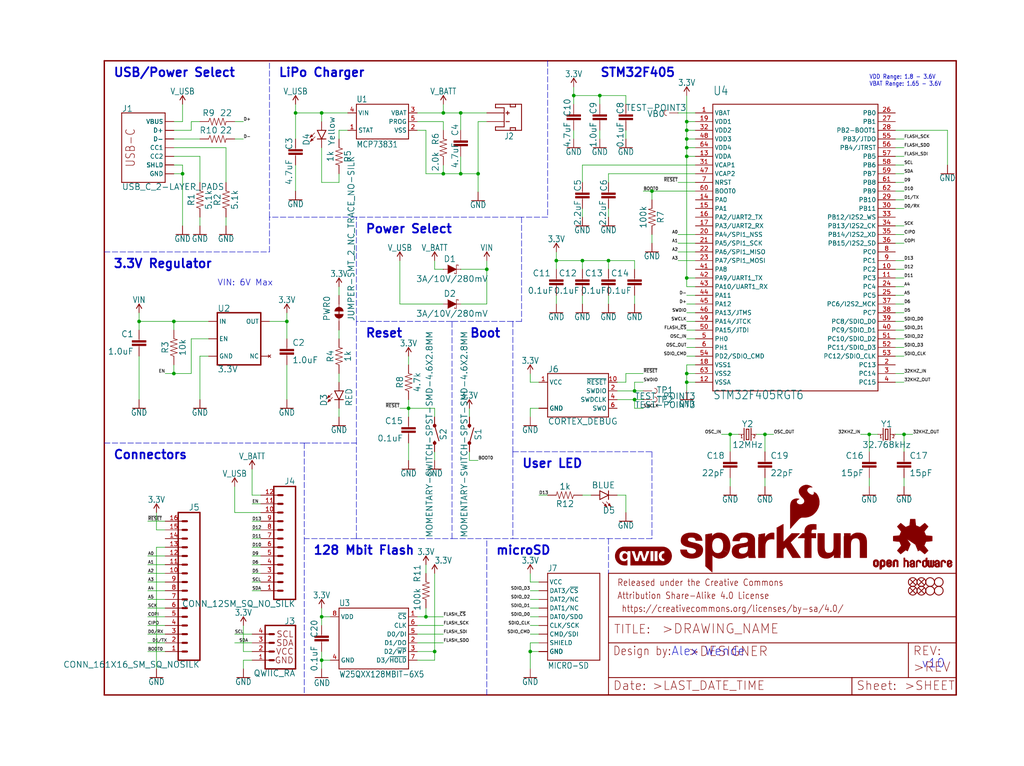
<source format=kicad_sch>
(kicad_sch (version 20211123) (generator eeschema)
  (paper "User" 299.212 223.926)
  (lib_symbols
    (symbol "schematicEagle-eagle-import:0.1UF-0402T-10V-10%-X7R"
      (property "Reference" "C" (at 1.524 2.921 0))
      (property "Value" "0.1UF-0402T-10V-10%-X7R" (at 1.524 -2.159 0))
      (symbol "0.1UF-0402T-10V-10%-X7R_1_0"
        (pin passive line (at 0 5.08 270) (length 2.54) (name "1") (number "1"))
        (pin passive line (at 0 -2.54 90) (length 2.54) (name "2") (number "2"))
      )
    )
    (symbol "schematicEagle-eagle-import:1.0UF-0402T-16V-10%"
      (property "Reference" "C" (at 1.524 2.921 0))
      (property "Value" "1.0UF-0402T-16V-10%" (at 1.524 -2.159 0))
      (symbol "1.0UF-0402T-16V-10%_1_0"
        (pin passive line (at 0 5.08 270) (length 2.54) (name "1") (number "1"))
        (pin passive line (at 0 -2.54 90) (length 2.54) (name "2") (number "2"))
      )
    )
    (symbol "schematicEagle-eagle-import:100KOHM-0402T-1{slash}16W-1%"
      (property "Reference" "R" (at 0 1.524 0))
      (property "Value" "100KOHM-0402T-1{slash}16W-1%" (at 0 -1.524 0))
      (symbol "100KOHM-0402T-1{slash}16W-1%_1_0"
        (pin passive line (at -5.08 0 0) (length 2.54) (name "1") (number "1"))
        (pin passive line (at 5.08 0 180) (length 2.54) (name "2") (number "2"))
      )
    )
    (symbol "schematicEagle-eagle-import:10KOHM-0603-1{slash}10W-1%"
      (property "Reference" "R" (at 0 1.524 0))
      (property "Value" "10KOHM-0603-1{slash}10W-1%" (at 0 -1.524 0))
      (symbol "10KOHM-0603-1{slash}10W-1%_1_0"
        (pin passive line (at -5.08 0 0) (length 2.54) (name "1") (number "1"))
        (pin passive line (at 5.08 0 180) (length 2.54) (name "2") (number "2"))
      )
    )
    (symbol "schematicEagle-eagle-import:15PF-0402T-50V-5%"
      (property "Reference" "C" (at 1.524 2.921 0))
      (property "Value" "15PF-0402T-50V-5%" (at 1.524 -2.159 0))
      (symbol "15PF-0402T-50V-5%_1_0"
        (pin passive line (at 0 5.08 270) (length 2.54) (name "1") (number "1"))
        (pin passive line (at 0 -2.54 90) (length 2.54) (name "2") (number "2"))
      )
    )
    (symbol "schematicEagle-eagle-import:1KOHM-0402T-1{slash}16W-1%"
      (property "Reference" "R" (at 0 1.524 0))
      (property "Value" "1KOHM-0402T-1{slash}16W-1%" (at 0 -1.524 0))
      (symbol "1KOHM-0402T-1{slash}16W-1%_1_0"
        (pin passive line (at -5.08 0 0) (length 2.54) (name "1") (number "1"))
        (pin passive line (at 5.08 0 180) (length 2.54) (name "2") (number "2"))
      )
    )
    (symbol "schematicEagle-eagle-import:2.0KOHM-0603-1{slash}10W-5%"
      (property "Reference" "R" (at 0 1.524 0))
      (property "Value" "2.0KOHM-0603-1{slash}10W-5%" (at 0 -1.524 0))
      (symbol "2.0KOHM-0603-1{slash}10W-5%_1_0"
        (pin passive line (at -5.08 0 0) (length 2.54) (name "1") (number "1"))
        (pin passive line (at 5.08 0 180) (length 2.54) (name "2") (number "2"))
      )
    )
    (symbol "schematicEagle-eagle-import:2.2UF-0402_TIGHT-10V-10%-X5R"
      (property "Reference" "C" (at 1.524 2.921 0))
      (property "Value" "2.2UF-0402_TIGHT-10V-10%-X5R" (at 1.524 -2.159 0))
      (symbol "2.2UF-0402_TIGHT-10V-10%-X5R_1_0"
        (pin passive line (at 0 5.08 270) (length 2.54) (name "1") (number "1"))
        (pin passive line (at 0 -2.54 90) (length 2.54) (name "2") (number "2"))
      )
    )
    (symbol "schematicEagle-eagle-import:22OHM-0603-1{slash}10W-1%"
      (property "Reference" "R" (at 0 1.524 0))
      (property "Value" "22OHM-0603-1{slash}10W-1%" (at 0 -1.524 0))
      (symbol "22OHM-0603-1{slash}10W-1%_1_0"
        (pin passive line (at -5.08 0 0) (length 2.54) (name "1") (number "1"))
        (pin passive line (at 5.08 0 180) (length 2.54) (name "2") (number "2"))
      )
    )
    (symbol "schematicEagle-eagle-import:22PF-0402T-16V-10%"
      (property "Reference" "C" (at 1.524 2.921 0))
      (property "Value" "22PF-0402T-16V-10%" (at 1.524 -2.159 0))
      (symbol "22PF-0402T-16V-10%_1_0"
        (pin passive line (at 0 5.08 270) (length 2.54) (name "1") (number "1"))
        (pin passive line (at 0 -2.54 90) (length 2.54) (name "2") (number "2"))
      )
    )
    (symbol "schematicEagle-eagle-import:3.3V" (power)
      (property "Value" "3.3V" (at 0 2.794 0))
      (symbol "3.3V_1_0"
        (pin power_in line (at 0 0 90) (length 2.54) (name "3.3V") (number "1"))
      )
    )
    (symbol "schematicEagle-eagle-import:4.7KOHM-0603-1{slash}10W-1%"
      (property "Reference" "R" (at 0 1.524 0))
      (property "Value" "4.7KOHM-0603-1{slash}10W-1%" (at 0 -1.524 0))
      (symbol "4.7KOHM-0603-1{slash}10W-1%_1_0"
        (pin passive line (at -5.08 0 0) (length 2.54) (name "1") (number "1"))
        (pin passive line (at 5.08 0 180) (length 2.54) (name "2") (number "2"))
      )
    )
    (symbol "schematicEagle-eagle-import:4.7UF-0402_TIGHT-6.3V-20%-X5R"
      (property "Reference" "C" (at 1.524 2.921 0))
      (property "Value" "4.7UF-0402_TIGHT-6.3V-20%-X5R" (at 1.524 -2.159 0))
      (symbol "4.7UF-0402_TIGHT-6.3V-20%-X5R_1_0"
        (pin passive line (at 0 5.08 270) (length 2.54) (name "1") (number "1"))
        (pin passive line (at 0 -2.54 90) (length 2.54) (name "2") (number "2"))
      )
    )
    (symbol "schematicEagle-eagle-import:5.1KOHM5.1KOHM-0603-1{slash}10W-1%"
      (property "Reference" "R" (at 0 1.524 0))
      (property "Value" "5.1KOHM5.1KOHM-0603-1{slash}10W-1%" (at 0 -1.524 0))
      (symbol "5.1KOHM5.1KOHM-0603-1{slash}10W-1%_1_0"
        (pin passive line (at -5.08 0 0) (length 2.54) (name "1") (number "1"))
        (pin passive line (at 5.08 0 180) (length 2.54) (name "2") (number "2"))
      )
    )
    (symbol "schematicEagle-eagle-import:CONN_12SM_SQ_NO_SILK"
      (property "Reference" "J" (at 0 15.748 0))
      (property "Value" "CONN_12SM_SQ_NO_SILK" (at 0 -20.066 0))
      (symbol "CONN_12SM_SQ_NO_SILK_1_0"
        (pin passive line (at 10.16 -15.24 180) (length 5.08) (name "1") (number "1"))
        (pin passive line (at 10.16 7.62 180) (length 5.08) (name "10") (number "10"))
        (pin passive line (at 10.16 10.16 180) (length 5.08) (name "11") (number "11"))
        (pin passive line (at 10.16 12.7 180) (length 5.08) (name "12") (number "12"))
        (pin passive line (at 10.16 -12.7 180) (length 5.08) (name "2") (number "2"))
        (pin passive line (at 10.16 -10.16 180) (length 5.08) (name "3") (number "3"))
        (pin passive line (at 10.16 -7.62 180) (length 5.08) (name "4") (number "4"))
        (pin passive line (at 10.16 -5.08 180) (length 5.08) (name "5") (number "5"))
        (pin passive line (at 10.16 -2.54 180) (length 5.08) (name "6") (number "6"))
        (pin passive line (at 10.16 0 180) (length 5.08) (name "7") (number "7"))
        (pin passive line (at 10.16 2.54 180) (length 5.08) (name "8") (number "8"))
        (pin passive line (at 10.16 5.08 180) (length 5.08) (name "9") (number "9"))
      )
    )
    (symbol "schematicEagle-eagle-import:CONN_161X16_SM_SQ_NOSILK"
      (property "Reference" "J" (at 0 20.828 0))
      (property "Value" "CONN_161X16_SM_SQ_NOSILK" (at 0 -25.146 0))
      (symbol "CONN_161X16_SM_SQ_NOSILK_1_0"
        (pin passive line (at 10.16 -20.32 180) (length 5.08) (name "1") (number "1"))
        (pin passive line (at 10.16 2.54 180) (length 5.08) (name "10") (number "10"))
        (pin passive line (at 10.16 5.08 180) (length 5.08) (name "11") (number "11"))
        (pin passive line (at 10.16 7.62 180) (length 5.08) (name "12") (number "12"))
        (pin passive line (at 10.16 10.16 180) (length 5.08) (name "13") (number "13"))
        (pin passive line (at 10.16 12.7 180) (length 5.08) (name "14") (number "14"))
        (pin passive line (at 10.16 15.24 180) (length 5.08) (name "15") (number "15"))
        (pin passive line (at 10.16 17.78 180) (length 5.08) (name "16") (number "16"))
        (pin passive line (at 10.16 -17.78 180) (length 5.08) (name "2") (number "2"))
        (pin passive line (at 10.16 -15.24 180) (length 5.08) (name "3") (number "3"))
        (pin passive line (at 10.16 -12.7 180) (length 5.08) (name "4") (number "4"))
        (pin passive line (at 10.16 -10.16 180) (length 5.08) (name "5") (number "5"))
        (pin passive line (at 10.16 -7.62 180) (length 5.08) (name "6") (number "6"))
        (pin passive line (at 10.16 -5.08 180) (length 5.08) (name "7") (number "7"))
        (pin passive line (at 10.16 -2.54 180) (length 5.08) (name "8") (number "8"))
        (pin passive line (at 10.16 0 180) (length 5.08) (name "9") (number "9"))
      )
    )
    (symbol "schematicEagle-eagle-import:CORTEX_JTAG_DEBUG_MINIMUM_PTH_NS"
      (property "Reference" "J" (at -10.16 7.874 0))
      (property "Value" "CORTEX_JTAG_DEBUG_MINIMUM_PTH_NS" (at -10.16 -7.366 0))
      (symbol "CORTEX_JTAG_DEBUG_MINIMUM_PTH_NS_1_0"
        (pin bidirectional line (at -12.7 5.08 0) (length 2.54) (name "VCC") (number "1"))
        (pin bidirectional line (at 10.16 5.08 180) (length 2.54) (name "~{RESET}") (number "10"))
        (pin bidirectional line (at 10.16 2.54 180) (length 2.54) (name "SWDIO") (number "2"))
        (pin bidirectional line (at -12.7 -2.54 0) (length 2.54) (name "GND") (number "3"))
        (pin bidirectional line (at 10.16 0 180) (length 2.54) (name "SWDCLK") (number "4"))
        (pin bidirectional line (at -12.7 -2.54 0) (length 2.54) (name "GND") (number "5"))
        (pin bidirectional line (at 10.16 -2.54 180) (length 2.54) (name "SWO") (number "6"))
        (pin bidirectional line (at -12.7 -2.54 0) (length 2.54) (name "GND") (number "9"))
      )
    )
    (symbol "schematicEagle-eagle-import:CRYSTAL-12MHZ{dblquote}"
      (property "Reference" "Y" (at 0 2.032 0))
      (property "Value" "CRYSTAL-12MHZ{dblquote}" (at 0 -2.032 0))
      (symbol "CRYSTAL-12MHZ{dblquote}_1_0"
        (text "1" (at -2.159 -1.143 0) (effects (font (size 0.8636 0.734)) (justify left bottom)))
        (text "2" (at 1.524 -1.143 0) (effects (font (size 0.8636 0.734)) (justify left bottom)))
        (pin passive line (at -2.54 0 0) (length 0) (name "1") (number "1"))
        (pin passive line (at 2.54 0 180) (length 0) (name "2") (number "3"))
      )
    )
    (symbol "schematicEagle-eagle-import:CRYSTAL-32.768KHZSMD-3.2X1.5"
      (property "Reference" "Y" (at 0 2.032 0))
      (property "Value" "CRYSTAL-32.768KHZSMD-3.2X1.5" (at 0 -2.032 0))
      (symbol "CRYSTAL-32.768KHZSMD-3.2X1.5_1_0"
        (text "1" (at -2.159 -1.143 0) (effects (font (size 0.8636 0.734)) (justify left bottom)))
        (text "2" (at 1.524 -1.143 0) (effects (font (size 0.8636 0.734)) (justify left bottom)))
        (pin passive line (at -2.54 0 0) (length 0) (name "1") (number "P$1"))
        (pin passive line (at 2.54 0 180) (length 0) (name "2") (number "P$2"))
      )
    )
    (symbol "schematicEagle-eagle-import:DIODE-SCHOTTKY-BAT60A"
      (property "Reference" "D" (at -2.54 2.032 0))
      (property "Value" "DIODE-SCHOTTKY-BAT60A" (at -2.54 -2.032 0))
      (symbol "DIODE-SCHOTTKY-BAT60A_1_0"
        (pin passive line (at -2.54 0 0) (length 0) (name "A") (number "A"))
        (pin passive line (at 2.54 0 180) (length 0) (name "C") (number "C"))
      )
    )
    (symbol "schematicEagle-eagle-import:FIDUCIALUFIDUCIAL")
    (symbol "schematicEagle-eagle-import:FRAME-LETTER"
      (symbol "FRAME-LETTER_2_0"
        (text " https://creativecommons.org/licenses/by-sa/4.0/" (at 2.54 24.13 0) (effects (font (size 1.9304 1.6408)) (justify left bottom)))
        (text ">DESIGNER" (at 23.114 11.176 0) (effects (font (size 2.7432 2.7432)) (justify left bottom)))
        (text ">DRAWING_NAME" (at 15.494 17.78 0) (effects (font (size 2.7432 2.7432)) (justify left bottom)))
        (text ">LAST_DATE_TIME" (at 12.7 1.27 0) (effects (font (size 2.54 2.54)) (justify left bottom)))
        (text ">REV" (at 88.9 6.604 0) (effects (font (size 2.7432 2.7432)) (justify left bottom)))
        (text ">SHEET" (at 86.36 1.27 0) (effects (font (size 2.54 2.54)) (justify left bottom)))
        (text "Attribution Share-Alike 4.0 License" (at 2.54 27.94 0) (effects (font (size 1.9304 1.6408)) (justify left bottom)))
        (text "Date:" (at 1.27 1.27 0) (effects (font (size 2.54 2.54)) (justify left bottom)))
        (text "Design by:" (at 1.27 11.43 0) (effects (font (size 2.54 2.159)) (justify left bottom)))
        (text "Released under the Creative Commons" (at 2.54 31.75 0) (effects (font (size 1.9304 1.6408)) (justify left bottom)))
        (text "REV:" (at 88.9 11.43 0) (effects (font (size 2.54 2.54)) (justify left bottom)))
        (text "Sheet:" (at 72.39 1.27 0) (effects (font (size 2.54 2.54)) (justify left bottom)))
        (text "TITLE:" (at 1.524 17.78 0) (effects (font (size 2.54 2.54)) (justify left bottom)))
      )
    )
    (symbol "schematicEagle-eagle-import:GND" (power)
      (property "Value" "GND" (at 0 -0.254 0))
      (symbol "GND_1_0"
        (pin power_in line (at 0 2.54 270) (length 2.54) (name "GND") (number "1"))
      )
    )
    (symbol "schematicEagle-eagle-import:JST_2MM_MALE"
      (property "Reference" "J" (at -2.54 5.842 0))
      (symbol "JST_2MM_MALE_1_0"
        (pin bidirectional line (at 0 -5.08 90) (length 5.08) (name "-") (number "1"))
        (pin bidirectional line (at 2.54 -5.08 90) (length 5.08) (name "+") (number "2"))
        (pin bidirectional line (at -2.54 2.54 90) (length 0) (name "PAD1") (number "NC1"))
        (pin bidirectional line (at 5.08 2.54 90) (length 0) (name "PAD2") (number "NC2"))
      )
    )
    (symbol "schematicEagle-eagle-import:JUMPER-SMT_2_NC_TRACE_NO-SILK"
      (property "Reference" "JP" (at -2.54 2.54 0))
      (property "Value" "JUMPER-SMT_2_NC_TRACE_NO-SILK" (at -2.54 -2.54 0))
      (symbol "JUMPER-SMT_2_NC_TRACE_NO-SILK_1_0"
        (pin passive line (at -5.08 0 0) (length 2.54) (name "1") (number "1"))
        (pin passive line (at 5.08 0 180) (length 2.54) (name "2") (number "2"))
      )
    )
    (symbol "schematicEagle-eagle-import:LED-BLUE0603"
      (property "Reference" "D" (at -3.429 -4.572 90))
      (property "Value" "LED-BLUE0603" (at 1.905 -4.572 90))
      (symbol "LED-BLUE0603_1_0"
        (pin passive line (at 0 2.54 270) (length 2.54) (name "A") (number "A"))
        (pin passive line (at 0 -5.08 90) (length 2.54) (name "C") (number "C"))
      )
    )
    (symbol "schematicEagle-eagle-import:LED-RED0603"
      (property "Reference" "D" (at -3.429 -4.572 90))
      (property "Value" "LED-RED0603" (at 1.905 -4.572 90))
      (symbol "LED-RED0603_1_0"
        (pin passive line (at 0 2.54 270) (length 2.54) (name "A") (number "A"))
        (pin passive line (at 0 -5.08 90) (length 2.54) (name "C") (number "C"))
      )
    )
    (symbol "schematicEagle-eagle-import:LED-YELLOW0603"
      (property "Reference" "D" (at -3.429 -4.572 90))
      (property "Value" "LED-YELLOW0603" (at 1.905 -4.572 90))
      (symbol "LED-YELLOW0603_1_0"
        (pin passive line (at 0 2.54 270) (length 2.54) (name "A") (number "A"))
        (pin passive line (at 0 -5.08 90) (length 2.54) (name "C") (number "C"))
      )
    )
    (symbol "schematicEagle-eagle-import:MCP73831"
      (property "Reference" "U" (at -7.62 5.588 0))
      (property "Value" "MCP73831" (at -7.62 -7.62 0))
      (symbol "MCP73831_1_0"
        (pin output line (at -10.16 -2.54 0) (length 2.54) (name "STAT") (number "1"))
        (pin power_in line (at 10.16 -2.54 180) (length 2.54) (name "VSS") (number "2"))
        (pin power_in line (at 10.16 2.54 180) (length 2.54) (name "VBAT") (number "3"))
        (pin power_in line (at -10.16 2.54 0) (length 2.54) (name "VIN") (number "4"))
        (pin input line (at 10.16 0 180) (length 2.54) (name "PROG") (number "5"))
      )
    )
    (symbol "schematicEagle-eagle-import:MICRO-SD-SDIOPUSH-PUSH"
      (property "Reference" "J" (at -5.08 13.208 0))
      (property "Value" "MICRO-SD-SDIOPUSH-PUSH" (at -5.08 -15.24 0))
      (symbol "MICRO-SD-SDIOPUSH-PUSH_1_0"
        (pin bidirectional line (at -7.62 -7.62 0) (length 2.54) (name "SHIELD") (number "CD1"))
        (pin bidirectional line (at -7.62 7.62 0) (length 2.54) (name "DAT3/~{CS}") (number "CS/DAT3"))
        (pin bidirectional line (at -7.62 2.54 0) (length 2.54) (name "DAT1/NC") (number "DAT1"))
        (pin bidirectional line (at -7.62 5.08 0) (length 2.54) (name "DAT2/NC") (number "DAT2"))
        (pin bidirectional line (at -7.62 -5.08 0) (length 2.54) (name "CMD/SDI") (number "DI/CMD"))
        (pin bidirectional line (at -7.62 0 0) (length 2.54) (name "DAT0/SDO") (number "DO/DAT0"))
        (pin bidirectional line (at -7.62 -10.16 0) (length 2.54) (name "GND") (number "GND"))
        (pin bidirectional line (at -7.62 -10.16 0) (length 2.54) (name "GND") (number "GND1"))
        (pin bidirectional line (at -7.62 -10.16 0) (length 2.54) (name "GND") (number "GND3"))
        (pin bidirectional line (at -7.62 -2.54 0) (length 2.54) (name "CLK/SCK") (number "SCLK"))
        (pin bidirectional line (at -7.62 10.16 0) (length 2.54) (name "VCC") (number "VCC"))
      )
    )
    (symbol "schematicEagle-eagle-import:MOMENTARY-SWITCH-SPST-SMD-4.6X2.8MM"
      (property "Reference" "S" (at 0 1.524 0))
      (property "Value" "MOMENTARY-SWITCH-SPST-SMD-4.6X2.8MM" (at 0 -0.508 0))
      (symbol "MOMENTARY-SWITCH-SPST-SMD-4.6X2.8MM_1_0"
        (pin passive line (at -5.08 0 0) (length 2.54) (name "1") (number "1"))
        (pin passive line (at -5.08 0 0) (length 2.54) (name "1") (number "2"))
        (pin passive line (at 5.08 0 180) (length 2.54) (name "2") (number "3"))
        (pin passive line (at 5.08 0 180) (length 2.54) (name "2") (number "4"))
      )
    )
    (symbol "schematicEagle-eagle-import:OSHW-LOGOS")
    (symbol "schematicEagle-eagle-import:QWIIC_CONNECTORJS-1MM"
      (property "Reference" "J" (at -5.08 7.874 0))
      (property "Value" "QWIIC_CONNECTORJS-1MM" (at -5.08 -5.334 0))
      (symbol "QWIIC_CONNECTORJS-1MM_1_0"
        (text "GND" (at -4.572 -2.54 0) (effects (font (size 1.778 1.778)) (justify left)))
        (text "SCL" (at -4.572 5.08 0) (effects (font (size 1.778 1.778)) (justify left)))
        (text "SDA" (at -4.572 2.54 0) (effects (font (size 1.778 1.778)) (justify left)))
        (text "VCC" (at -4.572 0 0) (effects (font (size 1.778 1.778)) (justify left)))
        (pin power_in line (at 7.62 -2.54 180) (length 5.08) (name "1") (number "1"))
        (pin power_in line (at 7.62 0 180) (length 5.08) (name "2") (number "2"))
        (pin passive line (at 7.62 2.54 180) (length 5.08) (name "3") (number "3"))
        (pin passive line (at 7.62 5.08 180) (length 5.08) (name "4") (number "4"))
      )
    )
    (symbol "schematicEagle-eagle-import:QWIIC_LOGO_5MM")
    (symbol "schematicEagle-eagle-import:SFE_LOGO_NAME_FLAME.1_INCH")
    (symbol "schematicEagle-eagle-import:STAND-OFFTIGHT")
    (symbol "schematicEagle-eagle-import:STM32F405RG"
      (property "Reference" "U" (at -22.86 40.64 0))
      (property "Value" "STM32F405RG" (at -22.86 -50.8 0))
      (symbol "STM32F405RG_1_0"
        (pin bidirectional line (at -27.94 35.56 0) (length 5.08) (name "VBAT") (number "1"))
        (pin bidirectional line (at 30.48 -10.16 180) (length 5.08) (name "PC2") (number "10"))
        (pin bidirectional line (at 30.48 -12.7 180) (length 5.08) (name "PC3") (number "11"))
        (pin bidirectional line (at -27.94 -43.18 0) (length 5.08) (name "VSSA") (number "12"))
        (pin bidirectional line (at -27.94 22.86 0) (length 5.08) (name "VDDA") (number "13"))
        (pin bidirectional line (at -27.94 10.16 0) (length 5.08) (name "PA0") (number "14"))
        (pin bidirectional line (at -27.94 7.62 0) (length 5.08) (name "PA1") (number "15"))
        (pin bidirectional line (at -27.94 5.08 0) (length 5.08) (name "PA2/UART2_TX") (number "16"))
        (pin bidirectional line (at -27.94 2.54 0) (length 5.08) (name "PA3/UART2_RX") (number "17"))
        (pin bidirectional line (at -27.94 -38.1 0) (length 5.08) (name "VSS1") (number "18"))
        (pin bidirectional line (at -27.94 33.02 0) (length 5.08) (name "VDD1") (number "19"))
        (pin bidirectional line (at 30.48 -38.1 180) (length 5.08) (name "PC13") (number "2"))
        (pin bidirectional line (at -27.94 0 0) (length 5.08) (name "PA4/SPI1_NSS") (number "20"))
        (pin bidirectional line (at -27.94 -2.54 0) (length 5.08) (name "PA5/SPI1_SCK") (number "21"))
        (pin bidirectional line (at -27.94 -5.08 0) (length 5.08) (name "PA6/SPI1_MISO") (number "22"))
        (pin bidirectional line (at -27.94 -7.62 0) (length 5.08) (name "PA7/SPI1_MOSI") (number "23"))
        (pin bidirectional line (at 30.48 -15.24 180) (length 5.08) (name "PC4") (number "24"))
        (pin bidirectional line (at 30.48 -17.78 180) (length 5.08) (name "PC5") (number "25"))
        (pin bidirectional line (at 30.48 35.56 180) (length 5.08) (name "PB0") (number "26"))
        (pin bidirectional line (at 30.48 33.02 180) (length 5.08) (name "PB1") (number "27"))
        (pin bidirectional line (at 30.48 30.48 180) (length 5.08) (name "PB2-BOOT1") (number "28"))
        (pin bidirectional line (at 30.48 10.16 180) (length 5.08) (name "PB10") (number "29"))
        (pin bidirectional line (at 30.48 -40.64 180) (length 5.08) (name "PC14") (number "3"))
        (pin bidirectional line (at 30.48 7.62 180) (length 5.08) (name "PB11") (number "30"))
        (pin bidirectional line (at -27.94 20.32 0) (length 5.08) (name "VCAP1") (number "31"))
        (pin bidirectional line (at -27.94 30.48 0) (length 5.08) (name "VDD2") (number "32"))
        (pin bidirectional line (at 30.48 5.08 180) (length 5.08) (name "PB12/I2S2_WS") (number "33"))
        (pin bidirectional line (at 30.48 2.54 180) (length 5.08) (name "PB13/I2S2_CK") (number "34"))
        (pin bidirectional line (at 30.48 0 180) (length 5.08) (name "PB14/I2S2_XD") (number "35"))
        (pin bidirectional line (at 30.48 -2.54 180) (length 5.08) (name "PB15/I2S2_SD") (number "36"))
        (pin bidirectional line (at 30.48 -20.32 180) (length 5.08) (name "PC6/I2S2_MCK") (number "37"))
        (pin bidirectional line (at 30.48 -22.86 180) (length 5.08) (name "PC7") (number "38"))
        (pin bidirectional line (at 30.48 -25.4 180) (length 5.08) (name "PC8/SDIO_D0") (number "39"))
        (pin bidirectional line (at 30.48 -43.18 180) (length 5.08) (name "PC15") (number "4"))
        (pin bidirectional line (at 30.48 -27.94 180) (length 5.08) (name "PC9/SDIO_D1") (number "40"))
        (pin bidirectional line (at -27.94 -10.16 0) (length 5.08) (name "PA8") (number "41"))
        (pin bidirectional line (at -27.94 -12.7 0) (length 5.08) (name "PA9/UART1_TX") (number "42"))
        (pin bidirectional line (at -27.94 -15.24 0) (length 5.08) (name "PA10/UART1_RX") (number "43"))
        (pin bidirectional line (at -27.94 -17.78 0) (length 5.08) (name "PA11") (number "44"))
        (pin bidirectional line (at -27.94 -20.32 0) (length 5.08) (name "PA12") (number "45"))
        (pin bidirectional line (at -27.94 -22.86 0) (length 5.08) (name "PA13/JTMS") (number "46"))
        (pin bidirectional line (at -27.94 17.78 0) (length 5.08) (name "VCAP2") (number "47"))
        (pin bidirectional line (at -27.94 27.94 0) (length 5.08) (name "VDD3") (number "48"))
        (pin bidirectional line (at -27.94 -25.4 0) (length 5.08) (name "PA14/JTCK") (number "49"))
        (pin bidirectional line (at -27.94 -30.48 0) (length 5.08) (name "PH0") (number "5"))
        (pin bidirectional line (at -27.94 -27.94 0) (length 5.08) (name "PA15/JTDI") (number "50"))
        (pin bidirectional line (at 30.48 -30.48 180) (length 5.08) (name "PC10/SDIO_D2") (number "51"))
        (pin bidirectional line (at 30.48 -33.02 180) (length 5.08) (name "PC11/SDIO_D3") (number "52"))
        (pin bidirectional line (at 30.48 -35.56 180) (length 5.08) (name "PC12/SDIO_CLK") (number "53"))
        (pin bidirectional line (at -27.94 -35.56 0) (length 5.08) (name "PD2/SDIO_CMD") (number "54"))
        (pin bidirectional line (at 30.48 27.94 180) (length 5.08) (name "PB3/JTDO") (number "55"))
        (pin bidirectional line (at 30.48 25.4 180) (length 5.08) (name "PB4/JTRST") (number "56"))
        (pin bidirectional line (at 30.48 22.86 180) (length 5.08) (name "PB5") (number "57"))
        (pin bidirectional line (at 30.48 20.32 180) (length 5.08) (name "PB6") (number "58"))
        (pin bidirectional line (at 30.48 17.78 180) (length 5.08) (name "PB7") (number "59"))
        (pin bidirectional line (at -27.94 -33.02 0) (length 5.08) (name "PH1") (number "6"))
        (pin bidirectional line (at -27.94 12.7 0) (length 5.08) (name "BOOT0") (number "60"))
        (pin bidirectional line (at 30.48 15.24 180) (length 5.08) (name "PB8") (number "61"))
        (pin bidirectional line (at 30.48 12.7 180) (length 5.08) (name "PB9") (number "62"))
        (pin bidirectional line (at -27.94 -40.64 0) (length 5.08) (name "VSS2") (number "63"))
        (pin bidirectional line (at -27.94 25.4 0) (length 5.08) (name "VDD4") (number "64"))
        (pin bidirectional line (at -27.94 15.24 0) (length 5.08) (name "NRST") (number "7"))
        (pin bidirectional line (at 30.48 -5.08 180) (length 5.08) (name "PC0") (number "8"))
        (pin bidirectional line (at 30.48 -7.62 180) (length 5.08) (name "PC1") (number "9"))
      )
    )
    (symbol "schematicEagle-eagle-import:TEST-POINT3"
      (property "Reference" "TP" (at -2.54 2.54 0))
      (property "Value" "TEST-POINT3" (at -2.54 -2.54 0))
      (symbol "TEST-POINT3_1_0"
        (pin bidirectional line (at 0 0 180) (length 0) (name "1") (number "P$1"))
      )
    )
    (symbol "schematicEagle-eagle-import:USB_C_2-LAYER_PADS"
      (property "Reference" "J" (at -2.54 10.414 0))
      (property "Value" "USB_C_2-LAYER_PADS" (at -2.54 -12.446 0))
      (symbol "USB_C_2-LAYER_PADS_1_0"
        (text "USB-C" (at 0 0 900) (effects (font (size 2.54 2.159))))
        (pin bidirectional line (at 12.7 0 180) (length 2.54) (name "CC1") (number "A5"))
        (pin bidirectional line (at 12.7 5.08 180) (length 2.54) (name "D+") (number "A6"))
        (pin bidirectional line (at 12.7 2.54 180) (length 2.54) (name "D-") (number "A7"))
        (pin bidirectional line (at 12.7 -2.54 180) (length 2.54) (name "CC2") (number "B5"))
        (pin bidirectional line (at 12.7 5.08 180) (length 2.54) (name "D+") (number "B6"))
        (pin bidirectional line (at 12.7 2.54 180) (length 2.54) (name "D-") (number "B7"))
        (pin bidirectional line (at 12.7 -7.62 180) (length 2.54) (name "GND") (number "GND"))
        (pin bidirectional line (at 12.7 -7.62 180) (length 2.54) (name "GND") (number "GND2"))
        (pin bidirectional line (at 12.7 -5.08 180) (length 2.54) (name "SHLD") (number "SHLD1"))
        (pin bidirectional line (at 12.7 -5.08 180) (length 2.54) (name "SHLD") (number "SHLD2"))
        (pin bidirectional line (at 12.7 -5.08 180) (length 2.54) (name "SHLD") (number "SHLD3"))
        (pin bidirectional line (at 12.7 -5.08 180) (length 2.54) (name "SHLD") (number "SHLD4"))
        (pin bidirectional line (at 12.7 7.62 180) (length 2.54) (name "VBUS") (number "VBUS1"))
        (pin bidirectional line (at 12.7 7.62 180) (length 2.54) (name "VBUS") (number "VBUS2"))
      )
    )
    (symbol "schematicEagle-eagle-import:VIN" (power)
      (property "Value" "VIN" (at 0 2.794 0))
      (symbol "VIN_1_0"
        (pin power_in line (at 0 0 90) (length 2.54) (name "VIN") (number "1"))
      )
    )
    (symbol "schematicEagle-eagle-import:V_BATT" (power)
      (property "Value" "V_BATT" (at 0 2.794 0))
      (symbol "V_BATT_1_0"
        (pin power_in line (at 0 0 90) (length 2.54) (name "V_BATT") (number "1"))
      )
    )
    (symbol "schematicEagle-eagle-import:V_REG_AP2112K-3.3V"
      (property "Reference" "U" (at -7.62 7.874 0))
      (property "Value" "V_REG_AP2112K-3.3V" (at -7.62 -7.874 0))
      (symbol "V_REG_AP2112K-3.3V_1_0"
        (pin input line (at -10.16 5.08 0) (length 2.54) (name "IN") (number "1"))
        (pin input line (at -10.16 -5.08 0) (length 2.54) (name "GND") (number "2"))
        (pin input line (at -10.16 0 0) (length 2.54) (name "EN") (number "3"))
        (pin no_connect line (at 7.62 -5.08 180) (length 2.54) (name "NC") (number "4"))
        (pin passive line (at 7.62 5.08 180) (length 2.54) (name "OUT") (number "5"))
      )
    )
    (symbol "schematicEagle-eagle-import:V_USB" (power)
      (property "Value" "V_USB" (at 0 2.794 0))
      (symbol "V_USB_1_0"
        (pin power_in line (at 0 0 90) (length 2.54) (name "V_USB") (number "1"))
      )
    )
    (symbol "schematicEagle-eagle-import:W25QXX128MBIT-6X5"
      (property "Reference" "U" (at -10.16 8.128 0))
      (property "Value" "W25QXX128MBIT-6X5" (at -10.16 -12.7 0))
      (symbol "W25QXX128MBIT-6X5_1_0"
        (pin bidirectional line (at 12.7 5.08 180) (length 2.54) (name "~{CS}") (number "1"))
        (pin bidirectional line (at 12.7 -2.54 180) (length 2.54) (name "D1/DO") (number "2"))
        (pin bidirectional line (at 12.7 -5.08 180) (length 2.54) (name "D2/~{WP}") (number "3"))
        (pin bidirectional line (at -12.7 -7.62 0) (length 2.54) (name "GND") (number "4"))
        (pin bidirectional line (at 12.7 0 180) (length 2.54) (name "D0/DI") (number "5"))
        (pin bidirectional line (at 12.7 2.54 180) (length 2.54) (name "CLK") (number "6"))
        (pin bidirectional line (at 12.7 -7.62 180) (length 2.54) (name "D3/~{HOLD}") (number "7"))
        (pin bidirectional line (at -12.7 5.08 0) (length 2.54) (name "VDD") (number "8"))
      )
    )
  )
  (junction (at 175.26 27.94))
  (junction (at 200.66 111.76))
  (junction (at 200.66 38.1))
  (junction (at 200.66 45.72))
  (junction (at 200.66 81.28))
  (junction (at 264.16 127))
  (junction (at 93.98 33.02))
  (junction (at 213.36 127))
  (junction (at 134.62 50.8))
  (junction (at 93.98 193.04))
  (junction (at 129.54 33.02))
  (junction (at 200.66 35.56))
  (junction (at 177.8 76.2))
  (junction (at 185.42 116.84))
  (junction (at 200.66 43.18))
  (junction (at 93.98 180.34))
  (junction (at 254 127))
  (junction (at 127 190.5))
  (junction (at 50.8 109.22))
  (junction (at 185.42 114.3))
  (junction (at 200.66 40.64))
  (junction (at 142.24 78.74))
  (junction (at 134.62 33.02))
  (junction (at 223.52 127))
  (junction (at 86.36 33.02))
  (junction (at 83.82 93.98))
  (junction (at 119.38 119.38))
  (junction (at 200.66 109.22))
  (junction (at 129.54 50.8))
  (junction (at 139.7 50.8))
  (junction (at 190.5 55.88))
  (junction (at 50.8 93.98))
  (junction (at 124.46 180.34))
  (junction (at 167.64 27.94))
  (junction (at 53.34 50.8))
  (junction (at 170.18 76.2))
  (junction (at 154.94 190.5))
  (junction (at 40.64 93.98))
  (junction (at 162.56 76.2))
  (polyline (pts (xy 149.86 132.08) (xy 149.86 157.48)))
  (wire (pts (xy 48.26 167.64) (xy 43.18 167.64)))
  (wire (pts (xy 73.66 190.5) (xy 71.12 190.5)))
  (wire (pts (xy 55.88 35.56) (xy 58.42 35.56)))
  (wire (pts (xy 71.12 190.5) (xy 71.12 182.88)))
  (wire (pts (xy 213.36 127) (xy 210.82 127)))
  (wire (pts (xy 157.48 190.5) (xy 154.94 190.5)))
  (wire (pts (xy 203.2 109.22) (xy 200.66 109.22)))
  (wire (pts (xy 190.5 55.88) (xy 187.96 55.88)))
  (wire (pts (xy 48.26 177.8) (xy 43.18 177.8)))
  (wire (pts (xy 93.98 182.88) (xy 93.98 180.34)))
  (wire (pts (xy 170.18 60.96) (xy 170.18 63.5)))
  (polyline (pts (xy 88.9 129.54) (xy 88.9 157.48)))
  (wire (pts (xy 261.62 40.64) (xy 264.16 40.64)))
  (wire (pts (xy 182.88 111.76) (xy 182.88 109.22)))
  (wire (pts (xy 127 190.5) (xy 127 167.64)))
  (wire (pts (xy 121.92 35.56) (xy 129.54 35.56)))
  (wire (pts (xy 203.2 73.66) (xy 198.12 73.66)))
  (wire (pts (xy 264.16 127) (xy 266.7 127)))
  (wire (pts (xy 256.54 127) (xy 254 127)))
  (wire (pts (xy 203.2 71.12) (xy 198.12 71.12)))
  (wire (pts (xy 137.16 121.92) (xy 137.16 119.38)))
  (wire (pts (xy 175.26 30.48) (xy 175.26 27.94)))
  (wire (pts (xy 157.48 170.18) (xy 154.94 170.18)))
  (wire (pts (xy 261.62 68.58) (xy 264.16 68.58)))
  (wire (pts (xy 157.48 172.72) (xy 154.94 172.72)))
  (wire (pts (xy 261.62 58.42) (xy 264.16 58.42)))
  (wire (pts (xy 134.62 78.74) (xy 142.24 78.74)))
  (wire (pts (xy 93.98 33.02) (xy 101.6 33.02)))
  (wire (pts (xy 48.26 170.18) (xy 43.18 170.18)))
  (wire (pts (xy 162.56 73.66) (xy 162.56 76.2)))
  (wire (pts (xy 180.34 144.78) (xy 182.88 144.78)))
  (wire (pts (xy 203.2 86.36) (xy 200.66 86.36)))
  (wire (pts (xy 190.5 68.58) (xy 190.5 71.12)))
  (wire (pts (xy 127 121.92) (xy 127 119.38)))
  (wire (pts (xy 223.52 127) (xy 223.52 132.08)))
  (wire (pts (xy 119.38 119.38) (xy 116.84 119.38)))
  (wire (pts (xy 157.48 177.8) (xy 154.94 177.8)))
  (wire (pts (xy 99.06 40.64) (xy 99.06 38.1)))
  (wire (pts (xy 121.92 185.42) (xy 129.54 185.42)))
  (wire (pts (xy 162.56 76.2) (xy 170.18 76.2)))
  (wire (pts (xy 53.34 48.26) (xy 53.34 50.8)))
  (polyline (pts (xy 104.14 93.98) (xy 104.14 63.5)))
  (wire (pts (xy 203.2 50.8) (xy 177.8 50.8)))
  (wire (pts (xy 124.46 167.64) (xy 124.46 165.1)))
  (wire (pts (xy 129.54 35.56) (xy 129.54 38.1)))
  (polyline (pts (xy 177.8 157.48) (xy 177.8 167.64)))
  (wire (pts (xy 66.04 63.5) (xy 66.04 66.04)))
  (wire (pts (xy 93.98 53.34) (xy 99.06 53.34)))
  (wire (pts (xy 200.66 35.56) (xy 200.66 27.94)))
  (wire (pts (xy 200.66 111.76) (xy 200.66 114.3)))
  (wire (pts (xy 139.7 35.56) (xy 139.7 50.8)))
  (wire (pts (xy 182.88 30.48) (xy 182.88 27.94)))
  (wire (pts (xy 48.26 162.56) (xy 43.18 162.56)))
  (wire (pts (xy 50.8 93.98) (xy 40.64 93.98)))
  (polyline (pts (xy 142.24 203.2) (xy 142.24 157.48)))
  (wire (pts (xy 203.2 38.1) (xy 200.66 38.1)))
  (polyline (pts (xy 104.14 157.48) (xy 88.9 157.48)))
  (wire (pts (xy 175.26 27.94) (xy 182.88 27.94)))
  (wire (pts (xy 134.62 33.02) (xy 134.62 38.1)))
  (wire (pts (xy 261.62 111.76) (xy 264.16 111.76)))
  (wire (pts (xy 124.46 38.1) (xy 124.46 50.8)))
  (wire (pts (xy 203.2 99.06) (xy 200.66 99.06)))
  (wire (pts (xy 261.62 109.22) (xy 264.16 109.22)))
  (wire (pts (xy 203.2 48.26) (xy 170.18 48.26)))
  (wire (pts (xy 93.98 33.02) (xy 86.36 33.02)))
  (wire (pts (xy 157.48 180.34) (xy 154.94 180.34)))
  (wire (pts (xy 185.42 86.36) (xy 185.42 88.9)))
  (wire (pts (xy 76.2 170.18) (xy 73.66 170.18)))
  (wire (pts (xy 55.88 109.22) (xy 50.8 109.22)))
  (polyline (pts (xy 160.02 63.5) (xy 152.4 63.5)))
  (wire (pts (xy 50.8 45.72) (xy 58.42 45.72)))
  (wire (pts (xy 203.2 93.98) (xy 200.66 93.98)))
  (wire (pts (xy 96.52 180.34) (xy 93.98 180.34)))
  (wire (pts (xy 200.66 45.72) (xy 200.66 43.18)))
  (wire (pts (xy 40.64 104.14) (xy 40.64 116.84)))
  (polyline (pts (xy 88.9 129.54) (xy 104.14 129.54)))
  (wire (pts (xy 48.26 182.88) (xy 43.18 182.88)))
  (wire (pts (xy 200.66 40.64) (xy 200.66 38.1)))
  (wire (pts (xy 261.62 71.12) (xy 264.16 71.12)))
  (wire (pts (xy 215.9 127) (xy 213.36 127)))
  (wire (pts (xy 60.96 93.98) (xy 50.8 93.98)))
  (wire (pts (xy 157.48 187.96) (xy 154.94 187.96)))
  (wire (pts (xy 261.62 104.14) (xy 264.16 104.14)))
  (wire (pts (xy 182.88 38.1) (xy 182.88 40.64)))
  (wire (pts (xy 254 127) (xy 251.46 127)))
  (polyline (pts (xy 149.86 132.08) (xy 190.5 132.08)))
  (polyline (pts (xy 152.4 63.5) (xy 104.14 63.5)))
  (wire (pts (xy 76.2 167.64) (xy 73.66 167.64)))
  (wire (pts (xy 86.36 55.88) (xy 86.36 48.26)))
  (wire (pts (xy 129.54 78.74) (xy 127 78.74)))
  (wire (pts (xy 86.36 33.02) (xy 86.36 40.64)))
  (wire (pts (xy 121.92 190.5) (xy 127 190.5)))
  (wire (pts (xy 119.38 121.92) (xy 119.38 119.38)))
  (wire (pts (xy 213.36 139.7) (xy 213.36 142.24)))
  (wire (pts (xy 180.34 116.84) (xy 185.42 116.84)))
  (wire (pts (xy 220.98 127) (xy 223.52 127)))
  (wire (pts (xy 58.42 63.5) (xy 58.42 66.04)))
  (wire (pts (xy 276.86 38.1) (xy 276.86 48.26)))
  (wire (pts (xy 86.36 30.48) (xy 86.36 33.02)))
  (wire (pts (xy 157.48 111.76) (xy 154.94 111.76)))
  (wire (pts (xy 203.2 33.02) (xy 198.12 33.02)))
  (wire (pts (xy 76.2 157.48) (xy 73.66 157.48)))
  (wire (pts (xy 185.42 111.76) (xy 187.96 111.76)))
  (wire (pts (xy 264.16 139.7) (xy 264.16 142.24)))
  (wire (pts (xy 190.5 55.88) (xy 190.5 58.42)))
  (wire (pts (xy 50.8 35.56) (xy 53.34 35.56)))
  (wire (pts (xy 127 78.74) (xy 127 76.2)))
  (wire (pts (xy 261.62 93.98) (xy 264.16 93.98)))
  (wire (pts (xy 261.62 91.44) (xy 264.16 91.44)))
  (wire (pts (xy 203.2 83.82) (xy 200.66 83.82)))
  (wire (pts (xy 48.26 190.5) (xy 43.18 190.5)))
  (wire (pts (xy 68.58 35.56) (xy 71.12 35.56)))
  (polyline (pts (xy 132.08 157.48) (xy 132.08 93.98)))
  (polyline (pts (xy 104.14 129.54) (xy 104.14 93.98)))
  (wire (pts (xy 76.2 172.72) (xy 73.66 172.72)))
  (wire (pts (xy 76.2 160.02) (xy 73.66 160.02)))
  (polyline (pts (xy 142.24 157.48) (xy 149.86 157.48)))
  (wire (pts (xy 187.96 114.3) (xy 185.42 114.3)))
  (wire (pts (xy 76.2 162.56) (xy 73.66 162.56)))
  (wire (pts (xy 60.96 104.14) (xy 58.42 104.14)))
  (wire (pts (xy 203.2 111.76) (xy 200.66 111.76)))
  (wire (pts (xy 76.2 165.1) (xy 73.66 165.1)))
  (wire (pts (xy 177.8 60.96) (xy 177.8 63.5)))
  (wire (pts (xy 182.88 144.78) (xy 182.88 149.86)))
  (wire (pts (xy 154.94 190.5) (xy 154.94 195.58)))
  (polyline (pts (xy 30.48 73.66) (xy 78.74 73.66)))
  (wire (pts (xy 129.54 50.8) (xy 129.54 48.26)))
  (wire (pts (xy 254 139.7) (xy 254 142.24)))
  (wire (pts (xy 50.8 50.8) (xy 53.34 50.8)))
  (wire (pts (xy 48.26 185.42) (xy 43.18 185.42)))
  (wire (pts (xy 93.98 35.56) (xy 93.98 33.02)))
  (wire (pts (xy 261.62 127) (xy 264.16 127)))
  (wire (pts (xy 48.26 180.34) (xy 43.18 180.34)))
  (polyline (pts (xy 160.02 17.78) (xy 160.02 63.5)))
  (wire (pts (xy 134.62 50.8) (xy 134.62 45.72)))
  (wire (pts (xy 83.82 93.98) (xy 78.74 93.98)))
  (wire (pts (xy 48.26 154.94) (xy 45.72 154.94)))
  (wire (pts (xy 121.92 187.96) (xy 129.54 187.96)))
  (polyline (pts (xy 152.4 63.5) (xy 152.4 93.98)))
  (wire (pts (xy 167.64 30.48) (xy 167.64 27.94)))
  (wire (pts (xy 203.2 101.6) (xy 200.66 101.6)))
  (wire (pts (xy 200.66 111.76) (xy 200.66 109.22)))
  (wire (pts (xy 53.34 35.56) (xy 53.34 30.48)))
  (wire (pts (xy 129.54 33.02) (xy 129.54 30.48)))
  (wire (pts (xy 170.18 86.36) (xy 170.18 88.9)))
  (wire (pts (xy 68.58 149.86) (xy 68.58 142.24)))
  (wire (pts (xy 50.8 96.52) (xy 50.8 93.98)))
  (polyline (pts (xy 88.9 157.48) (xy 88.9 203.2)))
  (wire (pts (xy 170.18 48.26) (xy 170.18 53.34)))
  (wire (pts (xy 261.62 78.74) (xy 264.16 78.74)))
  (wire (pts (xy 261.62 53.34) (xy 264.16 53.34)))
  (wire (pts (xy 76.2 149.86) (xy 68.58 149.86)))
  (wire (pts (xy 203.2 88.9) (xy 200.66 88.9)))
  (wire (pts (xy 185.42 116.84) (xy 185.42 119.38)))
  (wire (pts (xy 93.98 193.04) (xy 93.98 190.5)))
  (wire (pts (xy 58.42 104.14) (xy 58.42 116.84)))
  (wire (pts (xy 223.52 139.7) (xy 223.52 142.24)))
  (wire (pts (xy 180.34 114.3) (xy 185.42 114.3)))
  (wire (pts (xy 157.48 185.42) (xy 154.94 185.42)))
  (wire (pts (xy 203.2 40.64) (xy 200.66 40.64)))
  (wire (pts (xy 83.82 99.06) (xy 83.82 93.98)))
  (wire (pts (xy 134.62 33.02) (xy 142.24 33.02)))
  (wire (pts (xy 203.2 55.88) (xy 190.5 55.88)))
  (wire (pts (xy 261.62 99.06) (xy 264.16 99.06)))
  (wire (pts (xy 93.98 177.8) (xy 93.98 180.34)))
  (wire (pts (xy 76.2 147.32) (xy 73.66 147.32)))
  (wire (pts (xy 50.8 106.68) (xy 50.8 109.22)))
  (wire (pts (xy 121.92 193.04) (xy 127 193.04)))
  (wire (pts (xy 142.24 78.74) (xy 142.24 88.9)))
  (wire (pts (xy 66.04 43.18) (xy 66.04 53.34)))
  (wire (pts (xy 142.24 35.56) (xy 139.7 35.56)))
  (wire (pts (xy 48.26 165.1) (xy 43.18 165.1)))
  (wire (pts (xy 185.42 114.3) (xy 185.42 111.76)))
  (wire (pts (xy 121.92 33.02) (xy 129.54 33.02)))
  (wire (pts (xy 157.48 182.88) (xy 154.94 182.88)))
  (wire (pts (xy 177.8 50.8) (xy 177.8 53.34)))
  (wire (pts (xy 99.06 96.52) (xy 99.06 99.06)))
  (polyline (pts (xy 190.5 157.48) (xy 177.8 157.48)))
  (wire (pts (xy 50.8 48.26) (xy 53.34 48.26)))
  (wire (pts (xy 254 127) (xy 254 132.08)))
  (polyline (pts (xy 78.74 63.5) (xy 78.74 17.78)))
  (wire (pts (xy 203.2 43.18) (xy 200.66 43.18)))
  (wire (pts (xy 96.52 193.04) (xy 93.98 193.04)))
  (wire (pts (xy 200.66 43.18) (xy 200.66 40.64)))
  (wire (pts (xy 76.2 152.4) (xy 73.66 152.4)))
  (wire (pts (xy 121.92 182.88) (xy 129.54 182.88)))
  (wire (pts (xy 203.2 68.58) (xy 198.12 68.58)))
  (wire (pts (xy 187.96 116.84) (xy 185.42 116.84)))
  (wire (pts (xy 154.94 170.18) (xy 154.94 167.64)))
  (wire (pts (xy 167.64 38.1) (xy 167.64 40.64)))
  (wire (pts (xy 203.2 106.68) (xy 200.66 106.68)))
  (wire (pts (xy 121.92 38.1) (xy 124.46 38.1)))
  (polyline (pts (xy 149.86 93.98) (xy 132.08 93.98)))
  (polyline (pts (xy 149.86 93.98) (xy 149.86 132.08)))
  (wire (pts (xy 203.2 35.56) (xy 200.66 35.56)))
  (wire (pts (xy 167.64 27.94) (xy 175.26 27.94)))
  (wire (pts (xy 119.38 129.54) (xy 119.38 134.62)))
  (wire (pts (xy 261.62 101.6) (xy 264.16 101.6)))
  (wire (pts (xy 121.92 180.34) (xy 124.46 180.34)))
  (wire (pts (xy 50.8 40.64) (xy 58.42 40.64)))
  (wire (pts (xy 177.8 78.74) (xy 177.8 76.2)))
  (polyline (pts (xy 30.48 129.54) (xy 88.9 129.54)))
  (wire (pts (xy 203.2 104.14) (xy 200.66 104.14)))
  (wire (pts (xy 48.26 172.72) (xy 43.18 172.72)))
  (wire (pts (xy 182.88 109.22) (xy 187.96 109.22)))
  (wire (pts (xy 203.2 91.44) (xy 200.66 91.44)))
  (wire (pts (xy 83.82 116.84) (xy 83.82 106.68)))
  (wire (pts (xy 48.26 175.26) (xy 43.18 175.26)))
  (wire (pts (xy 116.84 88.9) (xy 116.84 76.2)))
  (wire (pts (xy 40.64 93.98) (xy 40.64 96.52)))
  (wire (pts (xy 142.24 88.9) (xy 134.62 88.9)))
  (polyline (pts (xy 149.86 157.48) (xy 177.8 157.48)))
  (polyline (pts (xy 152.4 93.98) (xy 149.86 93.98)))
  (wire (pts (xy 203.2 96.52) (xy 200.66 96.52)))
  (wire (pts (xy 76.2 144.78) (xy 73.66 144.78)))
  (wire (pts (xy 261.62 96.52) (xy 264.16 96.52)))
  (polyline (pts (xy 78.74 73.66) (xy 78.74 63.5)))
  (wire (pts (xy 129.54 33.02) (xy 134.62 33.02)))
  (wire (pts (xy 200.66 106.68) (xy 200.66 109.22)))
  (wire (pts (xy 53.34 50.8) (xy 53.34 66.04)))
  (wire (pts (xy 68.58 40.64) (xy 71.12 40.64)))
  (wire (pts (xy 73.66 193.04) (xy 71.12 193.04)))
  (wire (pts (xy 55.88 99.06) (xy 55.88 109.22)))
  (wire (pts (xy 137.16 132.08) (xy 137.16 134.62)))
  (wire (pts (xy 99.06 121.92) (xy 99.06 119.38)))
  (wire (pts (xy 45.72 154.94) (xy 45.72 149.86)))
  (wire (pts (xy 200.66 38.1) (xy 200.66 35.56)))
  (wire (pts (xy 162.56 86.36) (xy 162.56 88.9)))
  (wire (pts (xy 154.94 119.38) (xy 154.94 121.92)))
  (wire (pts (xy 154.94 187.96) (xy 154.94 190.5)))
  (wire (pts (xy 73.66 185.42) (xy 68.58 185.42)))
  (wire (pts (xy 58.42 45.72) (xy 58.42 53.34)))
  (wire (pts (xy 180.34 111.76) (xy 182.88 111.76)))
  (wire (pts (xy 261.62 83.82) (xy 264.16 83.82)))
  (wire (pts (xy 76.2 154.94) (xy 73.66 154.94)))
  (polyline (pts (xy 132.08 157.48) (xy 142.24 157.48)))
  (wire (pts (xy 124.46 180.34) (xy 129.54 180.34)))
  (polyline (pts (xy 132.08 93.98) (xy 104.14 93.98)))
  (wire (pts (xy 185.42 78.74) (xy 185.42 76.2)))
  (wire (pts (xy 45.72 160.02) (xy 45.72 195.58)))
  (wire (pts (xy 213.36 127) (xy 213.36 132.08)))
  (wire (pts (xy 129.54 88.9) (xy 116.84 88.9)))
  (wire (pts (xy 261.62 60.96) (xy 264.16 60.96)))
  (wire (pts (xy 93.98 43.18) (xy 93.98 53.34)))
  (wire (pts (xy 261.62 38.1) (xy 276.86 38.1)))
  (wire (pts (xy 127 193.04) (xy 127 190.5)))
  (wire (pts (xy 154.94 111.76) (xy 154.94 109.22)))
  (wire (pts (xy 73.66 144.78) (xy 73.66 137.16)))
  (wire (pts (xy 200.66 81.28) (xy 200.66 45.72)))
  (wire (pts (xy 261.62 81.28) (xy 264.16 81.28)))
  (wire (pts (xy 170.18 78.74) (xy 170.18 76.2)))
  (wire (pts (xy 73.66 187.96) (xy 68.58 187.96)))
  (wire (pts (xy 134.62 50.8) (xy 139.7 50.8)))
  (wire (pts (xy 175.26 38.1) (xy 175.26 40.64)))
  (wire (pts (xy 93.98 195.58) (xy 93.98 193.04)))
  (wire (pts (xy 71.12 193.04) (xy 71.12 195.58)))
  (wire (pts (xy 200.66 45.72) (xy 203.2 45.72)))
  (wire (pts (xy 99.06 53.34) (xy 99.06 50.8)))
  (wire (pts (xy 55.88 38.1) (xy 55.88 35.56)))
  (wire (pts (xy 203.2 81.28) (xy 200.66 81.28)))
  (wire (pts (xy 157.48 119.38) (xy 154.94 119.38)))
  (wire (pts (xy 200.66 81.28) (xy 200.66 83.82)))
  (wire (pts (xy 185.42 119.38) (xy 187.96 119.38)))
  (wire (pts (xy 50.8 109.22) (xy 48.26 109.22)))
  (wire (pts (xy 124.46 177.8) (xy 124.46 180.34)))
  (wire (pts (xy 99.06 111.76) (xy 99.06 109.22)))
  (wire (pts (xy 99.06 86.36) (xy 99.06 83.82)))
  (wire (pts (xy 142.24 76.2) (xy 142.24 78.74)))
  (wire (pts (xy 83.82 93.98) (xy 83.82 91.44)))
  (wire (pts (xy 261.62 45.72) (xy 264.16 45.72)))
  (wire (pts (xy 127 119.38) (xy 119.38 119.38)))
  (polyline (pts (xy 104.14 63.5) (xy 78.74 63.5)))
  (wire (pts (xy 124.46 50.8) (xy 129.54 50.8)))
  (wire (pts (xy 172.72 144.78) (xy 170.18 144.78)))
  (wire (pts (xy 119.38 106.68) (xy 119.38 104.14)))
  (polyline (pts (xy 104.14 157.48) (xy 132.08 157.48)))
  (wire (pts (xy 162.56 78.74) (xy 162.56 76.2)))
  (wire (pts (xy 60.96 99.06) (xy 55.88 99.06)))
  (wire (pts (xy 48.26 187.96) (xy 43.18 187.96)))
  (wire (pts (xy 261.62 66.04) (xy 264.16 66.04)))
  (wire (pts (xy 264.16 127) (xy 264.16 132.08)))
  (wire (pts (xy 261.62 86.36) (xy 264.16 86.36)))
  (wire (pts (xy 127 132.08) (xy 127 134.62)))
  (polyline (pts (xy 190.5 132.08) (xy 190.5 157.48)))
  (wire (pts (xy 167.64 27.94) (xy 167.64 25.4)))
  (wire (pts (xy 261.62 76.2) (xy 264.16 76.2)))
  (wire (pts (xy 203.2 53.34) (xy 198.12 53.34)))
  (wire (pts (xy 119.38 119.38) (xy 119.38 116.84)))
  (wire (pts (xy 48.26 160.02) (xy 45.72 160.02)))
  (wire (pts (xy 261.62 50.8) (xy 264.16 50.8)))
  (wire (pts (xy 129.54 50.8) (xy 134.62 50.8)))
  (wire (pts (xy 261.62 43.18) (xy 264.16 43.18)))
  (wire (pts (xy 261.62 88.9) (xy 264.16 88.9)))
  (wire (pts (xy 177.8 76.2) (xy 185.42 76.2)))
  (wire (pts (xy 48.26 152.4) (xy 43.18 152.4)))
  (wire (pts (xy 170.18 76.2) (xy 177.8 76.2)))
  (wire (pts (xy 50.8 38.1) (xy 55.88 38.1)))
  (wire (pts (xy 160.02 144.78) (xy 157.48 144.78)))
  (wire (pts (xy 157.48 175.26) (xy 154.94 175.26)))
  (wire (pts (xy 137.16 134.62) (xy 139.7 134.62)))
  (wire (pts (xy 99.06 38.1) (xy 101.6 38.1)))
  (wire (pts (xy 40.64 93.98) (xy 40.64 91.44)))
  (wire (pts (xy 177.8 86.36) (xy 177.8 88.9)))
  (wire (pts (xy 139.7 50.8) (xy 139.7 56.134)))
  (wire (pts (xy 261.62 48.26) (xy 264.16 48.26)))
  (wire (pts (xy 50.8 43.18) (xy 66.04 43.18)))
  (polyline (pts (xy 104.14 157.48) (xy 104.14 129.54)))
  (wire (pts (xy 203.2 76.2) (xy 198.12 76.2)))
  (wire (pts (xy 223.52 127) (xy 226.06 127)))
  (wire (pts (xy 261.62 55.88) (xy 264.16 55.88)))
  (text "Alex Wende" (at 196.088 192.024 180) (effects (font (size 2.54 2.54)) (justify left bottom)))
  (text "VIN: 6V Max" (at 63.5 83.82 180) (effects (font (size 1.778 1.778)) (justify left bottom)))
  (text "STM32F405" (at 175.26 22.86 180) (effects (font (size 2.54 2.54) (thickness 0.508) bold) (justify left bottom)))
  (text "Boot" (at 137.16 99.06 180) (effects (font (size 2.54 2.54) (thickness 0.508) bold) (justify left bottom)))
  (text "User LED" (at 152.4 137.16 180) (effects (font (size 2.54 2.54) (thickness 0.508) bold) (justify left bottom)))
  (text "Power Select" (at 106.68 68.58 180) (effects (font (size 2.54 2.54) (thickness 0.508) bold) (justify left bottom)))
  (text "Reset" (at 106.68 99.06 180) (effects (font (size 2.54 2.54) (thickness 0.508) bold) (justify left bottom)))
  (text "LiPo Charger" (at 81.28 22.86 180) (effects (font (size 2.54 2.54) (thickness 0.508) bold) (justify left bottom)))
  (text "Connectors" (at 33.02 134.62 180) (effects (font (size 2.54 2.54) (thickness 0.508) bold) (justify left bottom)))
  (text "v10" (at 269.24 195.58 180) (effects (font (size 2.54 2.54)) (justify left bottom)))
  (text "3.3V Regulator" (at 33.02 78.74 180) (effects (font (size 2.54 2.54) (thickness 0.508) bold) (justify left bottom)))
  (text "microSD" (at 144.78 162.56 180) (effects (font (size 2.54 2.54) (thickness 0.508) bold) (justify left bottom)))
  (text "128 Mbit Flash" (at 91.44 162.56 180) (effects (font (size 2.54 2.54) (thickness 0.508) bold) (justify left bottom)))
  (text "VDD Range: 1.8 - 3.6V\nVBAT Range: 1.65 - 3.6V" (at 254 25.4 180) (effects (font (size 1.27 1.0795)) (justify left bottom)))
  (text "USB/Power Select" (at 33.02 22.86 180) (effects (font (size 2.54 2.54) (thickness 0.508) bold) (justify left bottom)))
  (label "D12" (at 73.66 154.94 0) (effects (font (size 0.889 0.889))))
  (label "32KHZ_OUT" (at 266.7 127 0) (effects (font (size 0.889 0.889))))
  (label "A4" (at 264.16 83.82 0) (effects (font (size 0.889 0.889))))
  (label "A0" (at 43.18 162.56 0) (effects (font (size 0.889 0.889))))
  (label "D+" (at 200.66 88.9 180) (effects (font (size 0.889 0.889))))
  (label "SCL" (at 264.16 48.26 0) (effects (font (size 0.889 0.889))))
  (label "D13" (at 157.48 144.78 0) (effects (font (size 0.889 0.889))))
  (label "A0" (at 198.12 68.58 180) (effects (font (size 0.889 0.889))))
  (label "~{RESET}" (at 198.12 53.34 180) (effects (font (size 0.889 0.889))))
  (label "D9" (at 73.66 162.56 0) (effects (font (size 0.889 0.889))))
  (label "A3" (at 43.18 170.18 0) (effects (font (size 0.889 0.889))))
  (label "SDIO_CMD" (at 200.66 104.14 180) (effects (font (size 0.889 0.889))))
  (label "A1" (at 43.18 165.1 0) (effects (font (size 0.889 0.889))))
  (label "~{RESET}" (at 116.84 119.38 180) (effects (font (size 0.889 0.889))))
  (label "D-" (at 71.12 40.64 0) (effects (font (size 0.889 0.889))))
  (label "OSC_IN" (at 200.66 99.06 180) (effects (font (size 0.889 0.889))))
  (label "D5" (at 264.16 91.44 0) (effects (font (size 0.889 0.889))))
  (label "FLASH_SDI" (at 264.16 45.72 0) (effects (font (size 0.889 0.889))))
  (label "D10" (at 73.66 160.02 0) (effects (font (size 0.889 0.889))))
  (label "COPI" (at 43.18 180.34 0) (effects (font (size 0.889 0.889))))
  (label "SDA" (at 73.66 172.72 0) (effects (font (size 0.889 0.889))))
  (label "OSC_IN" (at 210.82 127 180) (effects (font (size 0.889 0.889))))
  (label "SWDIO" (at 200.66 91.44 180) (effects (font (size 0.889 0.889))))
  (label "SCL" (at 73.66 170.18 0) (effects (font (size 0.889 0.889))))
  (label "D13" (at 264.16 76.2 0) (effects (font (size 0.889 0.889))))
  (label "COPI" (at 264.16 71.12 0) (effects (font (size 0.889 0.889))))
  (label "A2" (at 43.18 167.64 0) (effects (font (size 0.889 0.889))))
  (label "FLASH_SDO" (at 264.16 43.18 0) (effects (font (size 0.889 0.889))))
  (label "OSC_OUT" (at 226.06 127 0) (effects (font (size 0.889 0.889))))
  (label "SDIO_CMD" (at 154.94 185.42 180) (effects (font (size 0.889 0.889))))
  (label "EN" (at 48.26 109.22 180) (effects (font (size 0.889 0.889))))
  (label "SDIO_D2" (at 264.16 99.06 0) (effects (font (size 0.889 0.889))))
  (label "FLASH_SDO" (at 129.54 187.96 0) (effects (font (size 0.889 0.889))))
  (label "SWDIO" (at 187.96 111.76 0) (effects (font (size 0.889 0.889))))
  (label "SDIO_CLK" (at 154.94 182.88 180) (effects (font (size 0.889 0.889))))
  (label "SWCLK" (at 187.96 119.38 0) (effects (font (size 0.889 0.889))))
  (label "BOOT0" (at 43.18 190.5 0) (effects (font (size 0.889 0.889))))
  (label "SCL" (at 68.58 185.42 0) (effects (font (size 0.889 0.889))))
  (label "CIPO" (at 43.18 182.88 0) (effects (font (size 0.889 0.889))))
  (label "D0/RX" (at 43.18 185.42 0) (effects (font (size 0.889 0.889))))
  (label "32KHZ_IN" (at 264.16 109.22 0) (effects (font (size 0.889 0.889))))
  (label "D12" (at 264.16 78.74 0) (effects (font (size 0.889 0.889))))
  (label "FLASH_SCK" (at 264.16 40.64 0) (effects (font (size 0.889 0.889))))
  (label "D6" (at 264.16 88.9 0) (effects (font (size 0.889 0.889))))
  (label "SDIO_D0" (at 154.94 180.34 180) (effects (font (size 0.889 0.889))))
  (label "SDIO_CLK" (at 264.16 104.14 0) (effects (font (size 0.889 0.889))))
  (label "BOOT0" (at 139.7 134.62 0) (effects (font (size 0.889 0.889))))
  (label "BOOT0" (at 187.96 55.88 0) (effects (font (size 0.889 0.889))))
  (label "SWCLK" (at 200.66 93.98 180) (effects (font (size 0.889 0.889))))
  (label "D-" (at 200.66 86.36 180) (effects (font (size 0.889 0.889))))
  (label "D5" (at 73.66 167.64 0) (effects (font (size 0.889 0.889))))
  (label "FLASH_~{CS}" (at 200.66 96.52 180) (effects (font (size 0.889 0.889))))
  (label "32KHZ_IN" (at 251.46 127 180) (effects (font (size 0.889 0.889))))
  (label "D1/TX" (at 44.45 187.96 0) (effects (font (size 0.889 0.889))))
  (label "SDIO_D0" (at 264.16 93.98 0) (effects (font (size 0.889 0.889))))
  (label "~{RESET}" (at 43.18 152.4 0) (effects (font (size 0.889 0.889))))
  (label "D13" (at 73.66 152.4 0) (effects (font (size 0.889 0.889))))
  (label "FLASH_SCK" (at 129.54 182.88 0) (effects (font (size 0.889 0.889))))
  (label "CIPO" (at 264.16 68.58 0) (effects (font (size 0.889 0.889))))
  (label "D11" (at 264.16 81.28 0) (effects (font (size 0.889 0.889))))
  (label "D6" (at 73.66 165.1 0) (effects (font (size 0.889 0.889))))
  (label "OSC_OUT" (at 200.66 101.6 180) (effects (font (size 0.889 0.889))))
  (label "D1/TX" (at 264.16 58.42 0) (effects (font (size 0.889 0.889))))
  (label "~{RESET}" (at 187.96 109.22 0) (effects (font (size 0.889 0.889))))
  (label "32KHZ_OUT" (at 264.16 111.76 0) (effects (font (size 0.889 0.889))))
  (label "SCK" (at 264.16 66.04 0) (effects (font (size 0.889 0.889))))
  (label "SCK" (at 43.18 177.8 0) (effects (font (size 0.889 0.889))))
  (label "D11" (at 73.66 157.48 0) (effects (font (size 0.889 0.889))))
  (label "FLASH_SDI" (at 129.54 185.42 0) (effects (font (size 0.889 0.889))))
  (label "D10" (at 264.16 55.88 0) (effects (font (size 0.889 0.889))))
  (label "D+" (at 71.12 35.56 0) (effects (font (size 0.889 0.889))))
  (label "A4" (at 43.18 172.72 0) (effects (font (size 0.889 0.889))))
  (label "SDA" (at 69.85 187.96 0) (effects (font (size 0.889 0.889))))
  (label "SDIO_D3" (at 154.94 172.72 180) (effects (font (size 0.889 0.889))))
  (label "SDIO_D2" (at 154.94 175.26 180) (effects (font (size 0.889 0.889))))
  (label "SDIO_D1" (at 264.16 96.52 0) (effects (font (size 0.889 0.889))))
  (label "A5" (at 264.16 86.36 0) (effects (font (size 0.889 0.889))))
  (label "A3" (at 198.12 76.2 180) (effects (font (size 0.889 0.889))))
  (label "A1" (at 198.12 71.12 180) (effects (font (size 0.889 0.889))))
  (label "A2" (at 198.12 73.66 180) (effects (font (size 0.889 0.889))))
  (label "D0/RX" (at 264.16 60.96 0) (effects (font (size 0.889 0.889))))
  (label "FLASH_~{CS}" (at 129.54 180.34 0) (effects (font (size 0.889 0.889))))
  (label "SDA" (at 264.16 50.8 0) (effects (font (size 0.889 0.889))))
  (label "SDIO_D1" (at 154.94 177.8 180) (effects (font (size 0.889 0.889))))
  (label "EN" (at 73.66 147.32 0) (effects (font (size 0.889 0.889))))
  (label "SDIO_D3" (at 264.16 101.6 0) (effects (font (size 0.889 0.889))))
  (label "D9" (at 264.16 53.34 0) (effects (font (size 0.889 0.889))))
  (label "A5" (at 43.18 175.26 0) (effects (font (size 0.889 0.889))))
  (symbol (lib_id "schematicEagle-eagle-import:GND") (at 200.66 116.84 0) (unit 1)
    (property "Reference" "#GND2" (effects hide))
    (property "Value" "GND" (at 200.66 117.094 0) (effects (font (size 1.778 1.5113)) (justify top)))
    (property "Footprint" "schematicEagle:" (effects hide))
  )
  (symbol (lib_id "schematicEagle-eagle-import:100KOHM-0402T-1{slash}16W-1%") (at 124.46 172.72 90) (unit 1)
    (property "Reference" "R11" (at 122.936 167.64 0) (effects (font (size 1.778 1.778)) (justify bottom)))
    (property "Value" "100k" (at 122.936 175.26 0) (effects (font (size 1.778 1.778)) (justify bottom)))
    (property "Footprint" "schematicEagle:0402-TIGHT" (effects hide))
  )
  (symbol (lib_id "schematicEagle-eagle-import:GND") (at 264.16 144.78 0) (unit 1)
    (property "Reference" "#GND30" (effects hide))
    (property "Value" "GND" (at 264.16 145.034 0) (effects (font (size 1.778 1.5113)) (justify top)))
    (property "Footprint" "schematicEagle:" (effects hide))
  )
  (symbol (lib_id "schematicEagle-eagle-import:3.3V") (at 124.46 165.1 0) (unit 1)
    (property "Reference" "#SUPPLY11" (effects hide))
    (property "Value" "3.3V" (at 124.46 162.306 0) (effects (font (size 1.778 1.5113)) (justify bottom)))
    (property "Footprint" "schematicEagle:" (effects hide))
  )
  (symbol (lib_id "schematicEagle-eagle-import:15PF-0402T-50V-5%") (at 254 137.16 0) (mirror y) (unit 1)
    (property "Reference" "C16" (at 252.476 134.239 0) (effects (font (size 1.778 1.778)) (justify left bottom)))
    (property "Value" "15pF" (at 252.476 139.319 0) (effects (font (size 1.778 1.778)) (justify left bottom)))
    (property "Footprint" "schematicEagle:0402-TIGHT" (effects hide))
  )
  (symbol (lib_id "schematicEagle-eagle-import:0.1UF-0402T-10V-10%-X7R") (at 182.88 35.56 0) (mirror y) (unit 1)
    (property "Reference" "C8" (at 182.245 29.718 90) (effects (font (size 1.778 1.778)) (justify right top)))
    (property "Value" "0.1uF" (at 182.245 35.56 90) (effects (font (size 1.778 1.778)) (justify right top)))
    (property "Footprint" "schematicEagle:0402-TIGHT" (effects hide))
  )
  (symbol (lib_id "schematicEagle-eagle-import:W25QXX128MBIT-6X5") (at 109.22 185.42 0) (unit 1)
    (property "Reference" "U3" (at 99.06 177.292 0) (effects (font (size 1.778 1.5113)) (justify left bottom)))
    (property "Value" "W25QXX128MBIT-6X5" (at 99.06 198.12 0) (effects (font (size 1.778 1.5113)) (justify left bottom)))
    (property "Footprint" "schematicEagle:WSON-8-6X5" (effects hide))
  )
  (symbol (lib_id "schematicEagle-eagle-import:MCP73831") (at 111.76 35.56 0) (unit 1)
    (property "Reference" "U1" (at 104.14 29.972 0) (effects (font (size 1.778 1.5113)) (justify left bottom)))
    (property "Value" "MCP73831" (at 104.14 43.18 0) (effects (font (size 1.778 1.5113)) (justify left bottom)))
    (property "Footprint" "schematicEagle:SOT23-5" (effects hide))
  )
  (symbol (lib_id "schematicEagle-eagle-import:GND") (at 53.34 68.58 0) (unit 1)
    (property "Reference" "#GND28" (effects hide))
    (property "Value" "GND" (at 53.34 68.834 0) (effects (font (size 1.778 1.5113)) (justify top)))
    (property "Footprint" "schematicEagle:" (effects hide))
  )
  (symbol (lib_id "schematicEagle-eagle-import:GND") (at 58.42 119.38 0) (unit 1)
    (property "Reference" "#GND16" (effects hide))
    (property "Value" "GND" (at 58.42 119.634 0) (effects (font (size 1.778 1.5113)) (justify top)))
    (property "Footprint" "schematicEagle:" (effects hide))
  )
  (symbol (lib_id "schematicEagle-eagle-import:3.3V") (at 167.64 25.4 0) (unit 1)
    (property "Reference" "#SUPPLY25" (effects hide))
    (property "Value" "3.3V" (at 167.64 22.606 0) (effects (font (size 1.778 1.5113)) (justify bottom)))
    (property "Footprint" "schematicEagle:" (effects hide))
  )
  (symbol (lib_id "schematicEagle-eagle-import:JST_2MM_MALE") (at 147.32 35.56 270) (mirror x) (unit 1)
    (property "Reference" "J2" (at 147.32 38.862 90) (effects (font (size 1.778 1.5113)) (justify left bottom)))
    (property "Value" "JST_2MM_MALE" (effects hide))
    (property "Footprint" "schematicEagle:JST-2-SMD" (effects hide))
  )
  (symbol (lib_id "schematicEagle-eagle-import:LED-BLUE0603") (at 175.26 144.78 90) (unit 1)
    (property "Reference" "D5" (at 179.832 148.209 90) (effects (font (size 1.778 1.778)) (justify left bottom)))
    (property "Value" "BLUE" (at 179.832 142.875 90) (effects (font (size 1.778 1.778)) (justify left top)))
    (property "Footprint" "schematicEagle:LED-0603" (effects hide))
  )
  (symbol (lib_id "schematicEagle-eagle-import:2.2UF-0402_TIGHT-10V-10%-X5R") (at 170.18 58.42 0) (mirror y) (unit 1)
    (property "Reference" "C5" (at 169.799 52.324 90) (effects (font (size 1.778 1.778)) (justify right top)))
    (property "Value" "2.2uF" (at 169.799 58.42 90) (effects (font (size 1.778 1.778)) (justify right top)))
    (property "Footprint" "schematicEagle:0402-TIGHT" (effects hide))
  )
  (symbol (lib_id "schematicEagle-eagle-import:LED-RED0603") (at 99.06 114.3 0) (unit 1)
    (property "Reference" "D3" (at 95.631 118.872 90) (effects (font (size 1.778 1.778)) (justify left bottom)))
    (property "Value" "RED" (at 100.965 118.872 90) (effects (font (size 1.778 1.778)) (justify left top)))
    (property "Footprint" "schematicEagle:LED-0603" (effects hide))
  )
  (symbol (lib_id "schematicEagle-eagle-import:22PF-0402T-16V-10%") (at 213.36 137.16 0) (mirror y) (unit 1)
    (property "Reference" "C18" (at 211.836 134.239 0) (effects (font (size 1.778 1.778)) (justify left bottom)))
    (property "Value" "22pF" (at 211.836 139.319 0) (effects (font (size 1.778 1.778)) (justify left bottom)))
    (property "Footprint" "schematicEagle:0402-TIGHT" (effects hide))
  )
  (symbol (lib_id "schematicEagle-eagle-import:1.0UF-0402T-16V-10%") (at 175.26 35.56 0) (mirror y) (unit 1)
    (property "Reference" "C9" (at 174.371 29.718 90) (effects (font (size 1.778 1.778)) (justify right top)))
    (property "Value" "1.0uF" (at 174.371 35.56 90) (effects (font (size 1.778 1.778)) (justify right top)))
    (property "Footprint" "schematicEagle:0402-TIGHT" (effects hide))
  )
  (symbol (lib_id "schematicEagle-eagle-import:22OHM-0603-1{slash}10W-1%") (at 63.5 40.64 0) (unit 1)
    (property "Reference" "R10" (at 60.96 39.116 0) (effects (font (size 1.778 1.778)) (justify bottom)))
    (property "Value" "22" (at 66.04 39.116 0) (effects (font (size 1.778 1.778)) (justify bottom)))
    (property "Footprint" "schematicEagle:0603" (effects hide))
  )
  (symbol (lib_id "schematicEagle-eagle-import:1KOHM-0402T-1{slash}16W-1%") (at 99.06 104.14 90) (unit 1)
    (property "Reference" "R4" (at 97.536 104.14 0) (effects (font (size 1.778 1.778)) (justify bottom)))
    (property "Value" "1k" (at 100.584 104.14 0) (effects (font (size 1.778 1.778)) (justify top)))
    (property "Footprint" "schematicEagle:0402-TIGHT" (effects hide))
  )
  (symbol (lib_id "schematicEagle-eagle-import:GND") (at 254 144.78 0) (unit 1)
    (property "Reference" "#GND29" (effects hide))
    (property "Value" "GND" (at 254 145.034 0) (effects (font (size 1.778 1.5113)) (justify top)))
    (property "Footprint" "schematicEagle:" (effects hide))
  )
  (symbol (lib_id "schematicEagle-eagle-import:CRYSTAL-12MHZ{dblquote}") (at 218.44 127 0) (unit 1)
    (property "Reference" "Y2" (at 218.44 124.968 0) (effects (font (size 1.778 1.778)) (justify bottom)))
    (property "Value" "12MHz" (at 218.44 129.032 0) (effects (font (size 1.778 1.778)) (justify top)))
    (property "Footprint" "schematicEagle:CRYSTAL-SMD-5X3.2-4PAD" (effects hide))
  )
  (symbol (lib_id "schematicEagle-eagle-import:GND") (at 119.38 137.16 0) (unit 1)
    (property "Reference" "#GND25" (effects hide))
    (property "Value" "GND" (at 119.38 137.414 0) (effects (font (size 1.778 1.5113)) (justify top)))
    (property "Footprint" "schematicEagle:" (effects hide))
  )
  (symbol (lib_id "schematicEagle-eagle-import:DIODE-SCHOTTKY-BAT60A") (at 132.08 78.74 0) (unit 1)
    (property "Reference" "D1" (at 129.54 76.708 0) (effects (font (size 1.778 1.778)) (justify left bottom)))
    (property "Value" "3A/10V/280mV" (at 132.08 80.518 0) (effects (font (size 1.778 1.778)) (justify top)))
    (property "Footprint" "schematicEagle:SOD-323" (effects hide))
  )
  (symbol (lib_id "schematicEagle-eagle-import:5.1KOHM5.1KOHM-0603-1{slash}10W-1%") (at 66.04 58.42 90) (unit 1)
    (property "Reference" "R2" (at 64.516 58.42 0) (effects (font (size 1.778 1.778)) (justify bottom)))
    (property "Value" "5.1k" (at 67.564 58.42 0) (effects (font (size 1.778 1.778)) (justify top)))
    (property "Footprint" "schematicEagle:0603" (effects hide))
  )
  (symbol (lib_id "schematicEagle-eagle-import:3.3V") (at 83.82 91.44 0) (unit 1)
    (property "Reference" "#SUPPLY8" (effects hide))
    (property "Value" "3.3V" (at 83.82 88.646 0) (effects (font (size 1.778 1.5113)) (justify bottom)))
    (property "Footprint" "schematicEagle:" (effects hide))
  )
  (symbol (lib_id "schematicEagle-eagle-import:DIODE-SCHOTTKY-BAT60A") (at 132.08 88.9 0) (unit 1)
    (property "Reference" "D2" (at 129.54 86.868 0) (effects (font (size 1.778 1.778)) (justify left bottom)))
    (property "Value" "3A/10V/280mV" (at 132.08 90.678 0) (effects (font (size 1.778 1.778)) (justify top)))
    (property "Footprint" "schematicEagle:SOD-323" (effects hide))
  )
  (symbol (lib_id "schematicEagle-eagle-import:STAND-OFFTIGHT") (at 274.32 170.18 0) (unit 1)
    (property "Reference" "H1" (effects hide))
    (property "Value" "STAND-OFFTIGHT" (effects hide))
    (property "Footprint" "schematicEagle:STAND-OFF-TIGHT" (effects hide))
  )
  (symbol (lib_id "schematicEagle-eagle-import:CORTEX_JTAG_DEBUG_MINIMUM_PTH_NS") (at 170.18 116.84 0) (unit 1)
    (property "Reference" "J6" (at 160.02 108.966 0) (effects (font (size 1.778 1.778)) (justify left bottom)))
    (property "Value" "CORTEX_DEBUG" (at 160.02 124.206 0) (effects (font (size 1.778 1.778)) (justify left bottom)))
    (property "Footprint" "schematicEagle:2X5-PTH-1.27MM-NO_SILK" (effects hide))
  )
  (symbol (lib_id "schematicEagle-eagle-import:0.1UF-0402T-10V-10%-X7R") (at 177.8 83.82 0) (mirror y) (unit 1)
    (property "Reference" "C13" (at 176.276 80.899 0) (effects (font (size 1.778 1.778)) (justify left bottom)))
    (property "Value" "0.1uF" (at 177.292 85.979 0) (effects (font (size 1.778 1.778)) (justify left bottom)))
    (property "Footprint" "schematicEagle:0402-TIGHT" (effects hide))
  )
  (symbol (lib_id "schematicEagle-eagle-import:3.3V") (at 162.56 73.66 0) (unit 1)
    (property "Reference" "#SUPPLY2" (effects hide))
    (property "Value" "3.3V" (at 162.56 70.866 0) (effects (font (size 1.778 1.5113)) (justify bottom)))
    (property "Footprint" "schematicEagle:" (effects hide))
  )
  (symbol (lib_id "schematicEagle-eagle-import:GND") (at 185.42 91.44 0) (unit 1)
    (property "Reference" "#GND7" (effects hide))
    (property "Value" "GND" (at 185.42 91.694 0) (effects (font (size 1.778 1.5113)) (justify top)))
    (property "Footprint" "schematicEagle:" (effects hide))
  )
  (symbol (lib_id "schematicEagle-eagle-import:QWIIC_CONNECTORJS-1MM") (at 81.28 190.5 0) (mirror y) (unit 1)
    (property "Reference" "J3" (at 86.36 182.626 0) (effects (font (size 1.778 1.778)) (justify left bottom)))
    (property "Value" "QWIIC_RA" (at 86.36 195.834 0) (effects (font (size 1.778 1.778)) (justify left top)))
    (property "Footprint" "schematicEagle:JST04_1MM_RA" (effects hide))
  )
  (symbol (lib_id "schematicEagle-eagle-import:1KOHM-0402T-1{slash}16W-1%") (at 165.1 144.78 180) (unit 1)
    (property "Reference" "R12" (at 165.1 146.304 0) (effects (font (size 1.778 1.778)) (justify bottom)))
    (property "Value" "1k" (at 165.1 143.256 0) (effects (font (size 1.778 1.778)) (justify top)))
    (property "Footprint" "schematicEagle:0402-TIGHT" (effects hide))
  )
  (symbol (lib_id "schematicEagle-eagle-import:0.1UF-0402T-10V-10%-X7R") (at 162.56 83.82 0) (mirror y) (unit 1)
    (property "Reference" "C11" (at 161.036 80.899 0) (effects (font (size 1.778 1.778)) (justify left bottom)))
    (property "Value" "0.1uF" (at 161.798 85.979 0) (effects (font (size 1.778 1.778)) (justify left bottom)))
    (property "Footprint" "schematicEagle:0402-TIGHT" (effects hide))
  )
  (symbol (lib_id "schematicEagle-eagle-import:TEST-POINT3") (at 187.96 114.3 0) (unit 1)
    (property "Reference" "TP1" (at 191.77 115.062 0) (effects (font (size 1.778 1.778)) (justify left bottom)))
    (property "Value" "TEST-POINT3" (at 185.42 116.84 0) (effects (font (size 1.778 1.778)) (justify left bottom)))
    (property "Footprint" "schematicEagle:PAD.03X.03" (effects hide))
  )
  (symbol (lib_id "schematicEagle-eagle-import:GND") (at 58.42 68.58 0) (unit 1)
    (property "Reference" "#GND27" (effects hide))
    (property "Value" "GND" (at 58.42 68.834 0) (effects (font (size 1.778 1.5113)) (justify top)))
    (property "Footprint" "schematicEagle:" (effects hide))
  )
  (symbol (lib_id "schematicEagle-eagle-import:1.0UF-0402T-16V-10%") (at 40.64 101.6 0) (mirror y) (unit 1)
    (property "Reference" "C1" (at 39.116 98.679 0) (effects (font (size 1.778 1.778)) (justify left bottom)))
    (property "Value" "1.0uF" (at 39.116 103.759 0) (effects (font (size 1.778 1.778)) (justify left bottom)))
    (property "Footprint" "schematicEagle:0402-TIGHT" (effects hide))
  )
  (symbol (lib_id "schematicEagle-eagle-import:V_BATT") (at 127 76.2 0) (unit 1)
    (property "Reference" "#SUPPLY15" (effects hide))
    (property "Value" "V_BATT" (at 127 73.406 0) (effects (font (size 1.778 1.5113)) (justify bottom)))
    (property "Footprint" "schematicEagle:" (effects hide))
  )
  (symbol (lib_id "schematicEagle-eagle-import:GND") (at 182.88 152.4 0) (mirror y) (unit 1)
    (property "Reference" "#GND35" (effects hide))
    (property "Value" "GND" (at 182.88 152.654 0) (effects (font (size 1.778 1.5113)) (justify top)))
    (property "Footprint" "schematicEagle:" (effects hide))
  )
  (symbol (lib_id "schematicEagle-eagle-import:GND") (at 45.72 198.12 0) (unit 1)
    (property "Reference" "#GND33" (effects hide))
    (property "Value" "GND" (at 45.72 198.374 0) (effects (font (size 1.778 1.5113)) (justify top)))
    (property "Footprint" "schematicEagle:" (effects hide))
  )
  (symbol (lib_id "schematicEagle-eagle-import:3.3V") (at 71.12 182.88 0) (mirror y) (unit 1)
    (property "Reference" "#SUPPLY22" (effects hide))
    (property "Value" "3.3V" (at 71.12 180.086 0) (effects (font (size 1.778 1.5113)) (justify bottom)))
    (property "Footprint" "schematicEagle:" (effects hide))
  )
  (symbol (lib_id "schematicEagle-eagle-import:GND") (at 223.52 144.78 0) (unit 1)
    (property "Reference" "#GND32" (effects hide))
    (property "Value" "GND" (at 223.52 145.034 0) (effects (font (size 1.778 1.5113)) (justify top)))
    (property "Footprint" "schematicEagle:" (effects hide))
  )
  (symbol (lib_id "schematicEagle-eagle-import:GND") (at 71.12 198.12 0) (mirror y) (unit 1)
    (property "Reference" "#GND34" (effects hide))
    (property "Value" "GND" (at 71.12 198.374 0) (effects (font (size 1.778 1.5113)) (justify top)))
    (property "Footprint" "schematicEagle:" (effects hide))
  )
  (symbol (lib_id "schematicEagle-eagle-import:V_USB") (at 86.36 30.48 0) (unit 1)
    (property "Reference" "#SUPPLY13" (effects hide))
    (property "Value" "V_USB" (at 86.36 27.686 0) (effects (font (size 1.778 1.5113)) (justify bottom)))
    (property "Footprint" "schematicEagle:" (effects hide))
  )
  (symbol (lib_id "schematicEagle-eagle-import:GND") (at 175.26 43.18 0) (unit 1)
    (property "Reference" "#GND12" (effects hide))
    (property "Value" "GND" (at 175.26 43.434 0) (effects (font (size 1.778 1.5113)) (justify top)))
    (property "Footprint" "schematicEagle:" (effects hide))
  )
  (symbol (lib_id "schematicEagle-eagle-import:FIDUCIALUFIDUCIAL") (at 269.24 170.18 0) (unit 1)
    (property "Reference" "FD1" (effects hide))
    (property "Value" "FIDUCIALUFIDUCIAL" (effects hide))
    (property "Footprint" "schematicEagle:FIDUCIAL-MICRO" (effects hide))
  )
  (symbol (lib_id "schematicEagle-eagle-import:3.3V") (at 154.94 167.64 0) (unit 1)
    (property "Reference" "#SUPPLY23" (effects hide))
    (property "Value" "3.3V" (at 154.94 164.846 0) (effects (font (size 1.778 1.5113)) (justify bottom)))
    (property "Footprint" "schematicEagle:" (effects hide))
  )
  (symbol (lib_id "schematicEagle-eagle-import:GND") (at 93.98 198.12 0) (mirror y) (unit 1)
    (property "Reference" "#GND36" (effects hide))
    (property "Value" "GND" (at 96.52 200.66 0) (effects (font (size 1.778 1.5113)) (justify left bottom)))
    (property "Footprint" "schematicEagle:" (effects hide))
  )
  (symbol (lib_id "schematicEagle-eagle-import:GND") (at 276.86 50.8 0) (unit 1)
    (property "Reference" "#GND38" (effects hide))
    (property "Value" "GND" (at 276.86 51.054 0) (effects (font (size 1.778 1.5113)) (justify top)))
    (property "Footprint" "schematicEagle:" (effects hide))
  )
  (symbol (lib_id "schematicEagle-eagle-import:GND") (at 167.64 43.18 0) (unit 1)
    (property "Reference" "#GND9" (effects hide))
    (property "Value" "GND" (at 167.64 43.434 0) (effects (font (size 1.778 1.5113)) (justify top)))
    (property "Footprint" "schematicEagle:" (effects hide))
  )
  (symbol (lib_id "schematicEagle-eagle-import:100KOHM-0402T-1{slash}16W-1%") (at 190.5 63.5 270) (mirror x) (unit 1)
    (property "Reference" "R7" (at 192.024 63.5 0) (effects (font (size 1.778 1.778)) (justify bottom)))
    (property "Value" "100k" (at 188.976 63.5 0) (effects (font (size 1.778 1.778)) (justify top)))
    (property "Footprint" "schematicEagle:0402-TIGHT" (effects hide))
  )
  (symbol (lib_id "schematicEagle-eagle-import:4.7KOHM-0603-1{slash}10W-1%") (at 119.38 111.76 90) (unit 1)
    (property "Reference" "R8" (at 117.856 111.76 0) (effects (font (size 1.778 1.778)) (justify bottom)))
    (property "Value" "4.7k" (at 120.904 111.76 0) (effects (font (size 1.778 1.778)) (justify top)))
    (property "Footprint" "schematicEagle:0603" (effects hide))
  )
  (symbol (lib_id "schematicEagle-eagle-import:GND") (at 154.94 124.46 0) (unit 1)
    (property "Reference" "#GND22" (effects hide))
    (property "Value" "GND" (at 154.94 124.714 0) (effects (font (size 1.778 1.5113)) (justify top)))
    (property "Footprint" "schematicEagle:" (effects hide))
  )
  (symbol (lib_id "schematicEagle-eagle-import:GND") (at 127 137.16 0) (unit 1)
    (property "Reference" "#GND23" (effects hide))
    (property "Value" "GND" (at 127 137.414 0) (effects (font (size 1.778 1.5113)) (justify top)))
    (property "Footprint" "schematicEagle:" (effects hide))
  )
  (symbol (lib_id "schematicEagle-eagle-import:10KOHM-0603-1{slash}10W-1%") (at 50.8 101.6 90) (unit 1)
    (property "Reference" "R3" (at 49.276 101.6 0) (effects (font (size 1.778 1.778)) (justify bottom)))
    (property "Value" "10k" (at 52.324 101.6 0) (effects (font (size 1.778 1.778)) (justify top)))
    (property "Footprint" "schematicEagle:0603" (effects hide))
  )
  (symbol (lib_id "schematicEagle-eagle-import:GND") (at 177.8 91.44 0) (mirror y) (unit 1)
    (property "Reference" "#GND5" (effects hide))
    (property "Value" "GND" (at 177.8 91.694 0) (effects (font (size 1.778 1.5113)) (justify top)))
    (property "Footprint" "schematicEagle:" (effects hide))
  )
  (symbol (lib_id "schematicEagle-eagle-import:0.1UF-0402T-10V-10%-X7R") (at 170.18 83.82 0) (mirror y) (unit 1)
    (property "Reference" "C12" (at 168.656 80.899 0) (effects (font (size 1.778 1.778)) (justify left bottom)))
    (property "Value" "0.1uF" (at 169.418 85.979 0) (effects (font (size 1.778 1.778)) (justify left bottom)))
    (property "Footprint" "schematicEagle:0402-TIGHT" (effects hide))
  )
  (symbol (lib_id "schematicEagle-eagle-import:STAND-OFFTIGHT") (at 271.78 172.72 0) (unit 1)
    (property "Reference" "H4" (effects hide))
    (property "Value" "STAND-OFFTIGHT" (effects hide))
    (property "Footprint" "schematicEagle:STAND-OFF-TIGHT" (effects hide))
  )
  (symbol (lib_id "schematicEagle-eagle-import:TEST-POINT3") (at 187.96 116.84 0) (unit 1)
    (property "Reference" "TP2" (at 191.77 117.856 0) (effects (font (size 1.778 1.778)) (justify left bottom)))
    (property "Value" "TEST-POINT3" (at 185.42 119.38 0) (effects (font (size 1.778 1.778)) (justify left bottom)))
    (property "Footprint" "schematicEagle:PAD.03X.03" (effects hide))
  )
  (symbol (lib_id "schematicEagle-eagle-import:3.3V") (at 99.06 83.82 0) (unit 1)
    (property "Reference" "#SUPPLY10" (effects hide))
    (property "Value" "3.3V" (at 99.06 81.026 0) (effects (font (size 1.778 1.5113)) (justify bottom)))
    (property "Footprint" "schematicEagle:" (effects hide))
  )
  (symbol (lib_id "schematicEagle-eagle-import:FIDUCIALUFIDUCIAL") (at 266.7 170.18 0) (unit 1)
    (property "Reference" "FD4" (effects hide))
    (property "Value" "FIDUCIALUFIDUCIAL" (effects hide))
    (property "Footprint" "schematicEagle:FIDUCIAL-MICRO" (effects hide))
  )
  (symbol (lib_id "schematicEagle-eagle-import:GND") (at 162.56 91.44 0) (unit 1)
    (property "Reference" "#GND19" (effects hide))
    (property "Value" "GND" (at 162.56 91.694 0) (effects (font (size 1.778 1.5113)) (justify top)))
    (property "Footprint" "schematicEagle:" (effects hide))
  )
  (symbol (lib_id "schematicEagle-eagle-import:3.3V") (at 127 167.64 0) (unit 1)
    (property "Reference" "#SUPPLY12" (effects hide))
    (property "Value" "3.3V" (at 129.54 164.846 0) (effects (font (size 1.778 1.5113)) (justify bottom)))
    (property "Footprint" "schematicEagle:" (effects hide))
  )
  (symbol (lib_id "schematicEagle-eagle-import:GND") (at 40.64 119.38 0) (unit 1)
    (property "Reference" "#GND17" (effects hide))
    (property "Value" "GND" (at 40.64 119.634 0) (effects (font (size 1.778 1.5113)) (justify top)))
    (property "Footprint" "schematicEagle:" (effects hide))
  )
  (symbol (lib_id "schematicEagle-eagle-import:V_BATT") (at 73.66 137.16 0) (mirror y) (unit 1)
    (property "Reference" "#SUPPLY17" (effects hide))
    (property "Value" "V_BATT" (at 73.66 134.366 0) (effects (font (size 1.778 1.5113)) (justify bottom)))
    (property "Footprint" "schematicEagle:" (effects hide))
  )
  (symbol (lib_id "schematicEagle-eagle-import:GND") (at 177.8 66.04 0) (mirror y) (unit 1)
    (property "Reference" "#GND4" (effects hide))
    (property "Value" "GND" (at 177.8 66.294 0) (effects (font (size 1.778 1.5113)) (justify top)))
    (property "Footprint" "schematicEagle:" (effects hide))
  )
  (symbol (lib_id "schematicEagle-eagle-import:V_BATT") (at 129.54 30.48 0) (unit 1)
    (property "Reference" "#SUPPLY14" (effects hide))
    (property "Value" "V_BATT" (at 129.54 27.686 0) (effects (font (size 1.778 1.5113)) (justify bottom)))
    (property "Footprint" "schematicEagle:" (effects hide))
  )
  (symbol (lib_id "schematicEagle-eagle-import:3.3V") (at 45.72 149.86 0) (mirror y) (unit 1)
    (property "Reference" "#SUPPLY21" (effects hide))
    (property "Value" "3.3V" (at 45.72 147.066 0) (effects (font (size 1.778 1.5113)) (justify bottom)))
    (property "Footprint" "schematicEagle:" (effects hide))
  )
  (symbol (lib_id "schematicEagle-eagle-import:TEST-POINT3") (at 198.12 33.02 180) (unit 1)
    (property "Reference" "VB0" (at 194.31 32.258 0) (effects (font (size 1.778 1.778)) (justify left bottom)))
    (property "Value" "TEST-POINT3" (at 200.66 30.48 0) (effects (font (size 1.778 1.778)) (justify left bottom)))
    (property "Footprint" "schematicEagle:PAD.03X.03" (effects hide))
  )
  (symbol (lib_id "schematicEagle-eagle-import:GND") (at 99.06 124.46 0) (unit 1)
    (property "Reference" "#GND21" (effects hide))
    (property "Value" "GND" (at 99.06 124.714 0) (effects (font (size 1.778 1.5113)) (justify top)))
    (property "Footprint" "schematicEagle:" (effects hide))
  )
  (symbol (lib_id "schematicEagle-eagle-import:GND") (at 83.82 119.38 0) (unit 1)
    (property "Reference" "#GND18" (effects hide))
    (property "Value" "GND" (at 83.82 119.634 0) (effects (font (size 1.778 1.5113)) (justify top)))
    (property "Footprint" "schematicEagle:" (effects hide))
  )
  (symbol (lib_id "schematicEagle-eagle-import:VIN") (at 142.24 76.2 0) (unit 1)
    (property "Reference" "#SUPPLY19" (effects hide))
    (property "Value" "VIN" (at 142.24 73.406 0) (effects (font (size 1.778 1.5113)) (justify bottom)))
    (property "Footprint" "schematicEagle:" (effects hide))
  )
  (symbol (lib_id "schematicEagle-eagle-import:GND") (at 66.04 68.58 0) (unit 1)
    (property "Reference" "#GND26" (effects hide))
    (property "Value" "GND" (at 66.04 68.834 0) (effects (font (size 1.778 1.5113)) (justify top)))
    (property "Footprint" "schematicEagle:" (effects hide))
  )
  (symbol (lib_id "schematicEagle-eagle-import:2.2UF-0402_TIGHT-10V-10%-X5R") (at 177.8 58.42 0) (mirror y) (unit 1)
    (property "Reference" "C6" (at 177.419 52.324 90) (effects (font (size 1.778 1.778)) (justify right top)))
    (property "Value" "2.2uF" (at 177.165 58.42 90) (effects (font (size 1.778 1.778)) (justify right top)))
    (property "Footprint" "schematicEagle:0402-TIGHT" (effects hide))
  )
  (symbol (lib_id "schematicEagle-eagle-import:SFE_LOGO_NAME_FLAME.1_INCH") (at 198.12 167.64 0) (unit 1)
    (property "Reference" "LOGO2" (effects hide))
    (property "Value" "SFE_LOGO_NAME_FLAME.1_INCH" (effects hide))
    (property "Footprint" "schematicEagle:SFE_LOGO_NAME_FLAME_.1" (effects hide))
  )
  (symbol (lib_id "schematicEagle-eagle-import:MOMENTARY-SWITCH-SPST-SMD-4.6X2.8MM") (at 127 127 270) (unit 1)
    (property "Reference" "S2" (at 128.524 127 0) (effects (font (size 1.778 1.778)) (justify bottom)))
    (property "Value" "MOMENTARY-SWITCH-SPST-SMD-4.6X2.8MM" (at 126.492 127 0) (effects (font (size 1.778 1.778)) (justify top)))
    (property "Footprint" "schematicEagle:TACTILE_SWITCH_SMD_4.6X2.8MM" (effects hide))
  )
  (symbol (lib_id "schematicEagle-eagle-import:0.1UF-0402T-10V-10%-X7R") (at 93.98 187.96 0) (mirror y) (unit 1)
    (property "Reference" "C20" (at 92.837 181.102 90) (effects (font (size 1.778 1.778)) (justify right top)))
    (property "Value" "0.1uF" (at 92.837 188.722 90) (effects (font (size 1.778 1.778)) (justify right top)))
    (property "Footprint" "schematicEagle:0402-TIGHT" (effects hide))
  )
  (symbol (lib_id "schematicEagle-eagle-import:GND") (at 170.18 91.44 0) (unit 1)
    (property "Reference" "#GND20" (effects hide))
    (property "Value" "GND" (at 170.18 91.694 0) (effects (font (size 1.778 1.5113)) (justify top)))
    (property "Footprint" "schematicEagle:" (effects hide))
  )
  (symbol (lib_id "schematicEagle-eagle-import:MOMENTARY-SWITCH-SPST-SMD-4.6X2.8MM") (at 137.16 127 270) (mirror x) (unit 1)
    (property "Reference" "S1" (at 138.684 127 0) (effects (font (size 1.778 1.778)) (justify bottom)))
    (property "Value" "MOMENTARY-SWITCH-SPST-SMD-4.6X2.8MM" (at 136.652 127 0) (effects (font (size 1.778 1.778)) (justify top)))
    (property "Footprint" "schematicEagle:TACTILE_SWITCH_SMD_4.6X2.8MM" (effects hide))
  )
  (symbol (lib_id "schematicEagle-eagle-import:V_USB") (at 53.34 30.48 0) (unit 1)
    (property "Reference" "#SUPPLY6" (effects hide))
    (property "Value" "V_USB" (at 53.34 27.686 0) (effects (font (size 1.778 1.5113)) (justify bottom)))
    (property "Footprint" "schematicEagle:" (effects hide))
  )
  (symbol (lib_id "schematicEagle-eagle-import:V_USB") (at 68.58 142.24 0) (mirror y) (unit 1)
    (property "Reference" "#SUPPLY20" (effects hide))
    (property "Value" "V_USB" (at 68.58 139.446 0) (effects (font (size 1.778 1.5113)) (justify bottom)))
    (property "Footprint" "schematicEagle:" (effects hide))
  )
  (symbol (lib_id "schematicEagle-eagle-import:0.1UF-0402T-10V-10%-X7R") (at 119.38 127 0) (mirror y) (unit 1)
    (property "Reference" "C15" (at 117.856 124.079 0) (effects (font (size 1.778 1.778)) (justify left bottom)))
    (property "Value" "0.1uF" (at 117.856 129.159 0) (effects (font (size 1.778 1.778)) (justify left bottom)))
    (property "Footprint" "schematicEagle:0402-TIGHT" (effects hide))
  )
  (symbol (lib_id "schematicEagle-eagle-import:3.3V") (at 200.66 27.94 0) (unit 1)
    (property "Reference" "#SUPPLY26" (effects hide))
    (property "Value" "3.3V" (at 200.66 25.146 0) (effects (font (size 1.778 1.5113)) (justify bottom)))
    (property "Footprint" "schematicEagle:" (effects hide))
  )
  (symbol (lib_id "schematicEagle-eagle-import:3.3V") (at 154.94 109.22 0) (unit 1)
    (property "Reference" "#SUPPLY3" (effects hide))
    (property "Value" "3.3V" (at 154.94 106.426 0) (effects (font (size 1.778 1.5113)) (justify bottom)))
    (property "Footprint" "schematicEagle:" (effects hide))
  )
  (symbol (lib_id "schematicEagle-eagle-import:GND") (at 190.5 73.66 0) (mirror y) (unit 1)
    (property "Reference" "#GND24" (effects hide))
    (property "Value" "GND" (at 190.5 73.914 0) (effects (font (size 1.778 1.5113)) (justify top)))
    (property "Footprint" "schematicEagle:" (effects hide))
  )
  (symbol (lib_id "schematicEagle-eagle-import:15PF-0402T-50V-5%") (at 264.16 137.16 0) (unit 1)
    (property "Reference" "C17" (at 265.684 134.239 0) (effects (font (size 1.778 1.778)) (justify left bottom)))
    (property "Value" "15pF" (at 265.684 139.319 0) (effects (font (size 1.778 1.778)) (justify left bottom)))
    (property "Footprint" "schematicEagle:0402-TIGHT" (effects hide))
  )
  (symbol (lib_id "schematicEagle-eagle-import:STAND-OFFTIGHT") (at 271.78 170.18 0) (unit 1)
    (property "Reference" "H3" (effects hide))
    (property "Value" "STAND-OFFTIGHT" (effects hide))
    (property "Footprint" "schematicEagle:STAND-OFF-TIGHT" (effects hide))
  )
  (symbol (lib_id "schematicEagle-eagle-import:1.0UF-0402T-16V-10%") (at 83.82 104.14 0) (unit 1)
    (property "Reference" "C2" (at 85.344 101.219 0) (effects (font (size 1.778 1.778)) (justify left bottom)))
    (property "Value" "1.0uF" (at 85.344 106.299 0) (effects (font (size 1.778 1.778)) (justify left bottom)))
    (property "Footprint" "schematicEagle:0402-TIGHT" (effects hide))
  )
  (symbol (lib_id "schematicEagle-eagle-import:FIDUCIALUFIDUCIAL") (at 269.24 172.72 0) (unit 1)
    (property "Reference" "FD2" (effects hide))
    (property "Value" "FIDUCIALUFIDUCIAL" (effects hide))
    (property "Footprint" "schematicEagle:FIDUCIAL-MICRO" (effects hide))
  )
  (symbol (lib_id "schematicEagle-eagle-import:GND") (at 139.7 58.674 0) (mirror y) (unit 1)
    (property "Reference" "#GND13" (effects hide))
    (property "Value" "GND" (at 139.7 58.928 0) (effects (font (size 1.778 1.5113)) (justify top)))
    (property "Footprint" "schematicEagle:" (effects hide))
  )
  (symbol (lib_id "schematicEagle-eagle-import:CRYSTAL-32.768KHZSMD-3.2X1.5") (at 259.08 127 0) (unit 1)
    (property "Reference" "Y1" (at 259.08 124.968 0) (effects (font (size 1.778 1.778)) (justify bottom)))
    (property "Value" "32.768kHz" (at 259.08 129.032 0) (effects (font (size 1.778 1.778)) (justify top)))
    (property "Footprint" "schematicEagle:CRYSTAL-SMD-3.2X1.5MM" (effects hide))
  )
  (symbol (lib_id "schematicEagle-eagle-import:FRAME-LETTER") (at 177.8 203.2 0) (unit 2)
    (property "Reference" "FRAME1" (effects hide))
    (property "Value" "FRAME-LETTER" (effects hide))
    (property "Footprint" "schematicEagle:CREATIVE_COMMONS" (effects hide))
  )
  (symbol (lib_id "schematicEagle-eagle-import:GND") (at 154.94 198.12 0) (unit 1)
    (property "Reference" "#GND37" (effects hide))
    (property "Value" "GND" (at 154.94 198.374 0) (effects (font (size 1.778 1.5113)) (justify top)))
    (property "Footprint" "schematicEagle:" (effects hide))
  )
  (symbol (lib_id "schematicEagle-eagle-import:3.3V") (at 119.38 104.14 0) (unit 1)
    (property "Reference" "#SUPPLY5" (effects hide))
    (property "Value" "3.3V" (at 119.38 101.346 0) (effects (font (size 1.778 1.5113)) (justify bottom)))
    (property "Footprint" "schematicEagle:" (effects hide))
  )
  (symbol (lib_id "schematicEagle-eagle-import:5.1KOHM5.1KOHM-0603-1{slash}10W-1%") (at 58.42 58.42 90) (unit 1)
    (property "Reference" "R1" (at 56.896 58.42 0) (effects (font (size 1.778 1.778)) (justify bottom)))
    (property "Value" "5.1k" (at 59.944 58.42 0) (effects (font (size 1.778 1.778)) (justify top)))
    (property "Footprint" "schematicEagle:0603" (effects hide))
  )
  (symbol (lib_id "schematicEagle-eagle-import:V_USB") (at 116.84 76.2 0) (unit 1)
    (property "Reference" "#SUPPLY16" (effects hide))
    (property "Value" "V_USB" (at 116.84 73.406 0) (effects (font (size 1.778 1.5113)) (justify bottom)))
    (property "Footprint" "schematicEagle:" (effects hide))
  )
  (symbol (lib_id "schematicEagle-eagle-import:USB_C_2-LAYER_PADS") (at 38.1 43.18 0) (unit 1)
    (property "Reference" "J1" (at 35.56 32.766 0) (effects (font (size 1.778 1.778)) (justify left bottom)))
    (property "Value" "USB_C_2-LAYER_PADS" (at 35.56 55.626 0) (effects (font (size 1.778 1.778)) (justify left bottom)))
    (property "Footprint" "schematicEagle:USB-C-16P-2LAYER-PADS" (effects hide))
  )
  (symbol (lib_id "schematicEagle-eagle-import:4.7UF-0402_TIGHT-6.3V-20%-X5R") (at 86.36 45.72 0) (mirror y) (unit 1)
    (property "Reference" "C3" (at 85.471 40.132 90) (effects (font (size 1.778 1.778)) (justify right top)))
    (property "Value" "4.7uF" (at 85.471 46.482 90) (effects (font (size 1.778 1.778)) (justify right top)))
    (property "Footprint" "schematicEagle:0402-TIGHT" (effects hide))
  )
  (symbol (lib_id "schematicEagle-eagle-import:3.3V") (at 137.16 119.38 0) (unit 1)
    (property "Reference" "#SUPPLY4" (effects hide))
    (property "Value" "3.3V" (at 137.16 116.586 0) (effects (font (size 1.778 1.5113)) (justify bottom)))
    (property "Footprint" "schematicEagle:" (effects hide))
  )
  (symbol (lib_id "schematicEagle-eagle-import:4.7UF-0402_TIGHT-6.3V-20%-X5R") (at 134.62 43.18 0) (unit 1)
    (property "Reference" "C4" (at 133.985 39.878 90) (effects (font (size 1.778 1.778)) (justify left bottom)))
    (property "Value" "4.7uF" (at 133.985 49.276 90) (effects (font (size 1.778 1.778)) (justify left bottom)))
    (property "Footprint" "schematicEagle:0402-TIGHT" (effects hide))
  )
  (symbol (lib_id "schematicEagle-eagle-import:CONN_161X16_SM_SQ_NOSILK") (at 58.42 170.18 0) (mirror y) (unit 1)
    (property "Reference" "J5" (at 58.42 149.352 0) (effects (font (size 1.778 1.778)) (justify left bottom)))
    (property "Value" "CONN_161X16_SM_SQ_NOSILK" (at 58.42 195.326 0) (effects (font (size 1.778 1.778)) (justify left bottom)))
    (property "Footprint" "schematicEagle:1X16_SM_SQ_NOSILK" (effects hide))
  )
  (symbol (lib_id "schematicEagle-eagle-import:FIDUCIALUFIDUCIAL") (at 266.7 172.72 0) (unit 1)
    (property "Reference" "FD3" (effects hide))
    (property "Value" "FIDUCIALUFIDUCIAL" (effects hide))
    (property "Footprint" "schematicEagle:FIDUCIAL-MICRO" (effects hide))
  )
  (symbol (lib_id "schematicEagle-eagle-import:MICRO-SD-SDIOPUSH-PUSH") (at 165.1 180.34 0) (unit 1)
    (property "Reference" "J7" (at 160.02 167.132 0) (effects (font (size 1.778 1.5113)) (justify left bottom)))
    (property "Value" "MICRO-SD" (at 160.02 195.58 0) (effects (font (size 1.778 1.5113)) (justify left bottom)))
    (property "Footprint" "schematicEagle:MICRO-SD-SOCKET" (effects hide))
  )
  (symbol (lib_id "schematicEagle-eagle-import:GND") (at 213.36 144.78 0) (unit 1)
    (property "Reference" "#GND31" (effects hide))
    (property "Value" "GND" (at 213.36 145.034 0) (effects (font (size 1.778 1.5113)) (justify top)))
    (property "Footprint" "schematicEagle:" (effects hide))
  )
  (symbol (lib_id "schematicEagle-eagle-import:CONN_12SM_SQ_NO_SILK") (at 86.36 157.48 0) (mirror y) (unit 1)
    (property "Reference" "J4" (at 86.36 141.732 0) (effects (font (size 1.778 1.778)) (justify left bottom)))
    (property "Value" "CONN_12SM_SQ_NO_SILK" (at 86.36 177.546 0) (effects (font (size 1.778 1.778)) (justify left bottom)))
    (property "Footprint" "schematicEagle:1X12_SM_SQ_NOSILK" (effects hide))
  )
  (symbol (lib_id "schematicEagle-eagle-import:QWIIC_LOGO_5MM") (at 187.96 162.56 0) (unit 1)
    (property "Reference" "LOGO1" (effects hide))
    (property "Value" "QWIIC_LOGO_5MM" (effects hide))
    (property "Footprint" "schematicEagle:QWIIC_5MM" (effects hide))
  )
  (symbol (lib_id "schematicEagle-eagle-import:JUMPER-SMT_2_NC_TRACE_NO-SILK") (at 99.06 91.44 90) (unit 1)
    (property "Reference" "PWR0" (at 96.52 93.98 0) (effects (font (size 1.778 1.778)) (justify left bottom)))
    (property "Value" "JUMPER-SMT_2_NC_TRACE_NO-SILK" (at 101.6 93.98 0) (effects (font (size 1.778 1.778)) (justify left top)))
    (property "Footprint" "schematicEagle:SMT-JUMPER_2_NC_TRACE_NO-SILK" (effects hide))
  )
  (symbol (lib_id "schematicEagle-eagle-import:22PF-0402T-16V-10%") (at 223.52 137.16 0) (unit 1)
    (property "Reference" "C19" (at 225.044 134.239 0) (effects (font (size 1.778 1.778)) (justify left bottom)))
    (property "Value" "22pF" (at 225.044 139.319 0) (effects (font (size 1.778 1.778)) (justify left bottom)))
    (property "Footprint" "schematicEagle:0402-TIGHT" (effects hide))
  )
  (symbol (lib_id "schematicEagle-eagle-import:STM32F405RG") (at 231.14 68.58 0) (unit 1)
    (property "Reference" "U4" (at 208.28 27.94 0) (effects (font (size 2.54 2.159)) (justify left bottom)))
    (property "Value" "STM32F405RGT6" (at 208.28 116.84 0) (effects (font (size 2.54 2.159)) (justify left bottom)))
    (property "Footprint" "schematicEagle:TQFP64" (effects hide))
  )
  (symbol (lib_id "schematicEagle-eagle-import:OSHW-LOGOS") (at 266.7 157.48 0) (unit 1)
    (property "Reference" "LOGO3" (effects hide))
    (property "Value" "OSHW-LOGOS" (effects hide))
    (property "Footprint" "schematicEagle:OSHW-LOGO-S" (effects hide))
  )
  (symbol (lib_id "schematicEagle-eagle-import:LED-YELLOW0603") (at 93.98 38.1 0) (unit 1)
    (property "Reference" "D4" (at 90.551 42.672 90) (effects (font (size 1.778 1.778)) (justify left bottom)))
    (property "Value" "Yellow" (at 95.885 42.672 90) (effects (font (size 1.778 1.778)) (justify left top)))
    (property "Footprint" "schematicEagle:LED-0603" (effects hide))
  )
  (symbol (lib_id "schematicEagle-eagle-import:1KOHM-0402T-1{slash}16W-1%") (at 99.06 45.72 270) (unit 1)
    (property "Reference" "R5" (at 100.584 45.72 0) (effects (font (size 1.778 1.778)) (justify bottom)))
    (property "Value" "1k" (at 97.536 45.72 0) (effects (font (size 1.778 1.778)) (justify top)))
    (property "Footprint" "schematicEagle:0402-TIGHT" (effects hide))
  )
  (symbol (lib_id "schematicEagle-eagle-import:2.0KOHM-0603-1{slash}10W-5%") (at 129.54 43.18 90) (unit 1)
    (property "Reference" "R6" (at 128.27 40.64 0) (effects (font (size 1.778 1.778)) (justify bottom)))
    (property "Value" "2.0k" (at 128.27 47.244 0) (effects (font (size 1.778 1.778)) (justify bottom)))
    (property "Footprint" "schematicEagle:0603" (effects hide))
  )
  (symbol (lib_id "schematicEagle-eagle-import:GND") (at 86.36 58.42 0) (unit 1)
    (property "Reference" "#GND15" (effects hide))
    (property "Value" "GND" (at 86.36 58.674 0) (effects (font (size 1.778 1.5113)) (justify top)))
    (property "Footprint" "schematicEagle:" (effects hide))
  )
  (symbol (lib_id "schematicEagle-eagle-import:GND") (at 182.88 43.18 0) (unit 1)
    (property "Reference" "#GND14" (effects hide))
    (property "Value" "GND" (at 182.88 43.434 0) (effects (font (size 1.778 1.5113)) (justify top)))
    (property "Footprint" "schematicEagle:" (effects hide))
  )
  (symbol (lib_id "schematicEagle-eagle-import:4.7UF-0402_TIGHT-6.3V-20%-X5R") (at 167.64 35.56 0) (mirror y) (unit 1)
    (property "Reference" "C10" (at 166.751 28.702 90) (effects (font (size 1.778 1.778)) (justify right top)))
    (property "Value" "4.7uF" (at 166.751 35.56 90) (effects (font (size 1.778 1.778)) (justify right top)))
    (property "Footprint" "schematicEagle:0402-TIGHT" (effects hide))
  )
  (symbol (lib_id "schematicEagle-eagle-import:22OHM-0603-1{slash}10W-1%") (at 63.5 35.56 0) (unit 1)
    (property "Reference" "R9" (at 60.96 34.036 0) (effects (font (size 1.778 1.778)) (justify bottom)))
    (property "Value" "22" (at 66.04 34.036 0) (effects (font (size 1.778 1.778)) (justify bottom)))
    (property "Footprint" "schematicEagle:0603" (effects hide))
  )
  (symbol (lib_id "schematicEagle-eagle-import:FRAME-LETTER") (at 30.48 203.2 0) (unit 1)
    (property "Reference" "FRAME1" (effects hide))
    (property "Value" "FRAME-LETTER" (effects hide))
    (property "Footprint" "schematicEagle:CREATIVE_COMMONS" (effects hide))
  )
  (symbol (lib_id "schematicEagle-eagle-import:GND") (at 170.18 66.04 0) (unit 1)
    (property "Reference" "#GND1" (effects hide))
    (property "Value" "GND" (at 170.18 66.294 0) (effects (font (size 1.778 1.5113)) (justify top)))
    (property "Footprint" "schematicEagle:" (effects hide))
  )
  (symbol (lib_id "schematicEagle-eagle-import:3.3V") (at 93.98 177.8 0) (unit 1)
    (property "Reference" "#SUPPLY9" (effects hide))
    (property "Value" "3.3V" (at 93.98 175.006 0) (effects (font (size 1.778 1.5113)) (justify bottom)))
    (property "Footprint" "schematicEagle:" (effects hide))
  )
  (symbol (lib_id "schematicEagle-eagle-import:V_REG_AP2112K-3.3V") (at 71.12 99.06 0) (unit 1)
    (property "Reference" "U2" (at 63.5 91.186 0) (effects (font (size 1.778 1.778)) (justify left bottom)))
    (property "Value" "3.3V" (at 63.5 106.934 0) (effects (font (size 1.778 1.778)) (justify left top)))
    (property "Footprint" "schematicEagle:SOT23-5" (effects hide))
  )
  (symbol (lib_id "schematicEagle-eagle-import:0.1UF-0402T-10V-10%-X7R") (at 185.42 83.82 0) (mirror y) (unit 1)
    (property "Reference" "C14" (at 183.896 80.899 0) (effects (font (size 1.778 1.778)) (justify left bottom)))
    (property "Value" "0.1uF" (at 184.658 85.979 0) (effects (font (size 1.778 1.778)) (justify left bottom)))
    (property "Footprint" "schematicEagle:0402-TIGHT" (effects hide))
  )
  (symbol (lib_id "schematicEagle-eagle-import:VIN") (at 40.64 91.44 0) (unit 1)
    (property "Reference" "#SUPPLY18" (effects hide))
    (property "Value" "VIN" (at 40.64 88.646 0) (effects (font (size 1.778 1.5113)) (justify bottom)))
    (property "Footprint" "schematicEagle:" (effects hide))
  )
  (symbol (lib_id "schematicEagle-eagle-import:STAND-OFFTIGHT") (at 274.32 172.72 0) (unit 1)
    (property "Reference" "H2" (effects hide))
    (property "Value" "STAND-OFFTIGHT" (effects hide))
    (property "Footprint" "schematicEagle:STAND-OFF-TIGHT" (effects hide))
  )
)
</source>
